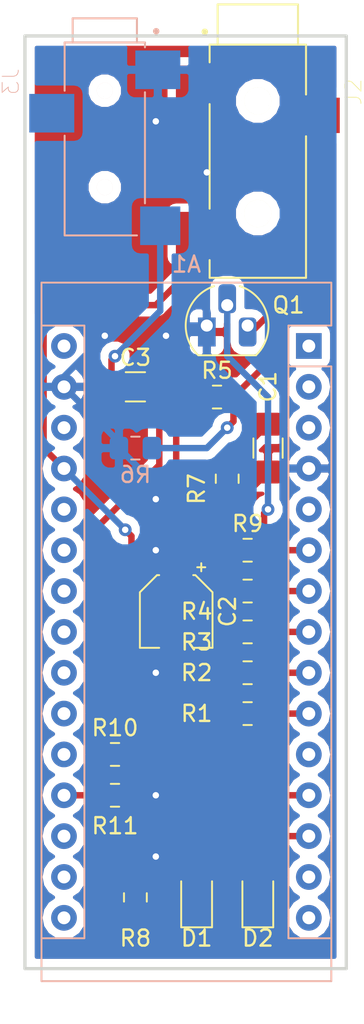
<source format=kicad_pcb>
(kicad_pcb (version 20171130) (host pcbnew 5.0.1)

  (general
    (thickness 1.6)
    (drawings 4)
    (tracks 106)
    (zones 0)
    (modules 20)
    (nets 37)
  )

  (page A4)
  (layers
    (0 F.Cu signal)
    (31 B.Cu signal)
    (32 B.Adhes user)
    (33 F.Adhes user)
    (34 B.Paste user)
    (35 F.Paste user)
    (36 B.SilkS user)
    (37 F.SilkS user)
    (38 B.Mask user)
    (39 F.Mask user)
    (40 Dwgs.User user)
    (41 Cmts.User user)
    (42 Eco1.User user)
    (43 Eco2.User user)
    (44 Edge.Cuts user)
    (45 Margin user)
    (46 B.CrtYd user)
    (47 F.CrtYd user)
    (48 B.Fab user hide)
    (49 F.Fab user hide)
  )

  (setup
    (last_trace_width 0.4)
    (trace_clearance 0.2)
    (zone_clearance 0.508)
    (zone_45_only no)
    (trace_min 0.2)
    (segment_width 0.2)
    (edge_width 0.2)
    (via_size 0.8)
    (via_drill 0.4)
    (via_min_size 0.4)
    (via_min_drill 0.3)
    (uvia_size 0.3)
    (uvia_drill 0.1)
    (uvias_allowed no)
    (uvia_min_size 0.2)
    (uvia_min_drill 0.1)
    (pcb_text_width 0.3)
    (pcb_text_size 1.5 1.5)
    (mod_edge_width 0.15)
    (mod_text_size 1 1)
    (mod_text_width 0.15)
    (pad_size 1.524 1.524)
    (pad_drill 0.762)
    (pad_to_mask_clearance 0.2)
    (solder_mask_min_width 0.25)
    (aux_axis_origin 0 0)
    (visible_elements FFFFEFFF)
    (pcbplotparams
      (layerselection 0x010fc_ffffffff)
      (usegerberextensions false)
      (usegerberattributes true)
      (usegerberadvancedattributes false)
      (creategerberjobfile false)
      (excludeedgelayer true)
      (linewidth 0.150000)
      (plotframeref false)
      (viasonmask false)
      (mode 1)
      (useauxorigin true)
      (hpglpennumber 1)
      (hpglpenspeed 20)
      (hpglpendiameter 15.000000)
      (psnegative false)
      (psa4output false)
      (plotreference true)
      (plotvalue true)
      (plotinvisibletext false)
      (padsonsilk false)
      (subtractmaskfromsilk false)
      (outputformat 1)
      (mirror false)
      (drillshape 0)
      (scaleselection 1)
      (outputdirectory "plotv2/"))
  )

  (net 0 "")
  (net 1 "Net-(A1-Pad1)")
  (net 2 "Net-(A1-Pad17)")
  (net 3 "Net-(A1-Pad2)")
  (net 4 "Net-(A1-Pad18)")
  (net 5 "Net-(A1-Pad3)")
  (net 6 "Net-(A1-Pad20)")
  (net 7 "Net-(A1-Pad5)")
  (net 8 "Net-(A1-Pad21)")
  (net 9 "Net-(A1-Pad22)")
  (net 10 "Net-(A1-Pad23)")
  (net 11 "Net-(A1-Pad24)")
  (net 12 "Net-(A1-Pad25)")
  (net 13 "Net-(A1-Pad26)")
  (net 14 "Net-(A1-Pad11)")
  (net 15 "Net-(A1-Pad28)")
  (net 16 "Net-(A1-Pad14)")
  (net 17 "Net-(A1-Pad30)")
  (net 18 "Net-(A1-Pad15)")
  (net 19 "Net-(A1-Pad16)")
  (net 20 /A0)
  (net 21 /D4)
  (net 22 /D5)
  (net 23 /D6)
  (net 24 /D7)
  (net 25 /5V)
  (net 26 /D9)
  (net 27 /D10)
  (net 28 GND)
  (net 29 "Net-(C1-Pad1)")
  (net 30 /LINE_LEVEL_OUT)
  (net 31 /LINE_LEVEL_IN)
  (net 32 "Net-(D1-Pad1)")
  (net 33 /MIC_LEVEL_OUT)
  (net 34 /PTT_V+)
  (net 35 /D3)
  (net 36 "Net-(J3-Pad3)")

  (net_class Default "Dies ist die voreingestellte Netzklasse."
    (clearance 0.2)
    (trace_width 0.4)
    (via_dia 0.8)
    (via_drill 0.4)
    (uvia_dia 0.3)
    (uvia_drill 0.1)
    (add_net /5V)
    (add_net /A0)
    (add_net /D10)
    (add_net /D3)
    (add_net /D4)
    (add_net /D5)
    (add_net /D6)
    (add_net /D7)
    (add_net /D9)
    (add_net /LINE_LEVEL_IN)
    (add_net /LINE_LEVEL_OUT)
    (add_net /MIC_LEVEL_OUT)
    (add_net /PTT_V+)
    (add_net GND)
    (add_net "Net-(A1-Pad1)")
    (add_net "Net-(A1-Pad11)")
    (add_net "Net-(A1-Pad14)")
    (add_net "Net-(A1-Pad15)")
    (add_net "Net-(A1-Pad16)")
    (add_net "Net-(A1-Pad17)")
    (add_net "Net-(A1-Pad18)")
    (add_net "Net-(A1-Pad2)")
    (add_net "Net-(A1-Pad20)")
    (add_net "Net-(A1-Pad21)")
    (add_net "Net-(A1-Pad22)")
    (add_net "Net-(A1-Pad23)")
    (add_net "Net-(A1-Pad24)")
    (add_net "Net-(A1-Pad25)")
    (add_net "Net-(A1-Pad26)")
    (add_net "Net-(A1-Pad28)")
    (add_net "Net-(A1-Pad3)")
    (add_net "Net-(A1-Pad30)")
    (add_net "Net-(A1-Pad5)")
    (add_net "Net-(C1-Pad1)")
    (add_net "Net-(D1-Pad1)")
    (add_net "Net-(J3-Pad3)")
  )

  (module SJ-3523-SMT-TR:CUI_SJ-3523-SMT-TR (layer F.Cu) (tedit 5C2A8EFD) (tstamp 5BBF3117)
    (at 150.495 66.04 270)
    (path /5BA6AA8E)
    (attr smd)
    (fp_text reference J2 (at -0.561848 -5.95457 270) (layer F.SilkS)
      (effects (font (size 1.00329 1.00329) (thickness 0.05)))
    )
    (fp_text value SJ-3523-SMT-TR (at -0.025075 5.98653 270) (layer F.SilkS) hide
      (effects (font (size 1.00361 1.00361) (thickness 0.05)))
    )
    (fp_line (start -3.75 2.75) (end -3.75 5.35) (layer Eco1.User) (width 0.05))
    (fp_line (start -6.25 2.75) (end -3.75 2.75) (layer Eco1.User) (width 0.05))
    (fp_line (start -6.25 -2.75) (end -6.25 2.75) (layer Eco1.User) (width 0.05))
    (fp_line (start -3.75 -2.75) (end -6.25 -2.75) (layer Eco1.User) (width 0.05))
    (fp_line (start -3.75 -5.35) (end -3.75 -2.75) (layer Eco1.User) (width 0.05))
    (fp_line (start -6 2.5) (end -3.5 2.5) (layer Dwgs.User) (width 0.127))
    (fp_line (start -6 -2.5) (end -6 2.5) (layer Dwgs.User) (width 0.127))
    (fp_line (start -3.5 -2.5) (end -6 -2.5) (layer Dwgs.User) (width 0.127))
    (fp_line (start -6 2.5) (end -3.5 2.5) (layer F.SilkS) (width 0.127))
    (fp_line (start -6 -2.5) (end -6 2.5) (layer F.SilkS) (width 0.127))
    (fp_line (start -3.5 -2.5) (end -6 -2.5) (layer F.SilkS) (width 0.127))
    (fp_line (start 9.9 3) (end 11 3) (layer F.SilkS) (width 0.127))
    (fp_circle (center -4.3 3.3) (end -4.2 3.3) (layer Dwgs.User) (width 0.2))
    (fp_circle (center -4.3 3.3) (end -4.2 3.3) (layer F.SilkS) (width 0.2))
    (fp_line (start 11.25 5.35) (end -3.75 5.35) (layer Eco1.User) (width 0.05))
    (fp_line (start 11.25 -5.35) (end 11.25 5.35) (layer Eco1.User) (width 0.05))
    (fp_line (start -3.75 -5.35) (end 11.25 -5.35) (layer Eco1.User) (width 0.05))
    (fp_line (start 0.2 3) (end 6.7 3) (layer F.SilkS) (width 0.127))
    (fp_line (start -3.5 3) (end -2.4 3) (layer F.SilkS) (width 0.127))
    (fp_line (start 11 -3) (end 11 3) (layer F.SilkS) (width 0.127))
    (fp_line (start 2.2 -3) (end 11 -3) (layer F.SilkS) (width 0.127))
    (fp_line (start -3.5 -3) (end -0.4 -3) (layer F.SilkS) (width 0.127))
    (fp_line (start 11 3) (end -3.5 3) (layer Dwgs.User) (width 0.127))
    (fp_line (start 11 -3) (end 11 3) (layer Dwgs.User) (width 0.127))
    (fp_line (start -3.5 -3) (end 11 -3) (layer Dwgs.User) (width 0.127))
    (fp_line (start -3.5 3) (end -3.5 -3) (layer Dwgs.User) (width 0.127))
    (fp_line (start -3.5 -2.5) (end -3.5 -3) (layer F.SilkS) (width 0.127))
    (fp_line (start -3.5 2.5) (end -3.5 -2.5) (layer F.SilkS) (width 0.127))
    (fp_line (start -3.5 3) (end -3.5 2.5) (layer F.SilkS) (width 0.127))
    (pad Hole np_thru_hole circle (at 7 0 270) (size 1.7 1.7) (drill 1.7) (layers *.Cu *.Mask F.SilkS))
    (pad 2 smd rect (at 8.3 3.7 270) (size 2.8 2.8) (layers F.Cu F.Paste F.Mask)
      (net 25 /5V))
    (pad 1 smd rect (at -1.1 3.7 270) (size 2.2 2.8) (layers F.Cu F.Paste F.Mask)
      (net 34 /PTT_V+))
    (pad 3 smd rect (at 0.9 -3.7 270) (size 2.2 2.8) (layers F.Cu F.Paste F.Mask)
      (net 33 /MIC_LEVEL_OUT))
    (pad Hole np_thru_hole circle (at 0 0 270) (size 1.7 1.7) (drill 1.7) (layers *.Cu *.Mask F.SilkS))
  )

  (module Module:Arduino_Nano (layer B.Cu) (tedit 58ACAF70) (tstamp 5B8E036F)
    (at 153.67 81.28 180)
    (descr "Arduino Nano, http://www.mouser.com/pdfdocs/Gravitech_Arduino_Nano3_0.pdf")
    (tags "Arduino Nano")
    (path /5B81A27D)
    (fp_text reference A1 (at 7.62 5.08 180) (layer B.SilkS)
      (effects (font (size 1 1) (thickness 0.15)) (justify mirror))
    )
    (fp_text value Arduino_Nano_v3.x (at 8.89 -19.05 90) (layer B.Fab)
      (effects (font (size 1 1) (thickness 0.15)) (justify mirror))
    )
    (fp_text user %R (at 6.35 -19.05 90) (layer B.Fab)
      (effects (font (size 1 1) (thickness 0.15)) (justify mirror))
    )
    (fp_line (start 1.27 -1.27) (end 1.27 1.27) (layer B.SilkS) (width 0.12))
    (fp_line (start 1.27 1.27) (end -1.4 1.27) (layer B.SilkS) (width 0.12))
    (fp_line (start -1.4 -1.27) (end -1.4 -39.5) (layer B.SilkS) (width 0.12))
    (fp_line (start -1.4 3.94) (end -1.4 1.27) (layer B.SilkS) (width 0.12))
    (fp_line (start 13.97 1.27) (end 16.64 1.27) (layer B.SilkS) (width 0.12))
    (fp_line (start 13.97 1.27) (end 13.97 -36.83) (layer B.SilkS) (width 0.12))
    (fp_line (start 13.97 -36.83) (end 16.64 -36.83) (layer B.SilkS) (width 0.12))
    (fp_line (start 1.27 -1.27) (end -1.4 -1.27) (layer B.SilkS) (width 0.12))
    (fp_line (start 1.27 -1.27) (end 1.27 -36.83) (layer B.SilkS) (width 0.12))
    (fp_line (start 1.27 -36.83) (end -1.4 -36.83) (layer B.SilkS) (width 0.12))
    (fp_line (start 3.81 -31.75) (end 11.43 -31.75) (layer B.Fab) (width 0.1))
    (fp_line (start 11.43 -31.75) (end 11.43 -41.91) (layer B.Fab) (width 0.1))
    (fp_line (start 11.43 -41.91) (end 3.81 -41.91) (layer B.Fab) (width 0.1))
    (fp_line (start 3.81 -41.91) (end 3.81 -31.75) (layer B.Fab) (width 0.1))
    (fp_line (start -1.4 -39.5) (end 16.64 -39.5) (layer B.SilkS) (width 0.12))
    (fp_line (start 16.64 -39.5) (end 16.64 3.94) (layer B.SilkS) (width 0.12))
    (fp_line (start 16.64 3.94) (end -1.4 3.94) (layer B.SilkS) (width 0.12))
    (fp_line (start 16.51 -39.37) (end -1.27 -39.37) (layer B.Fab) (width 0.1))
    (fp_line (start -1.27 -39.37) (end -1.27 2.54) (layer B.Fab) (width 0.1))
    (fp_line (start -1.27 2.54) (end 0 3.81) (layer B.Fab) (width 0.1))
    (fp_line (start 0 3.81) (end 16.51 3.81) (layer B.Fab) (width 0.1))
    (fp_line (start 16.51 3.81) (end 16.51 -39.37) (layer B.Fab) (width 0.1))
    (fp_line (start -1.53 4.06) (end 16.75 4.06) (layer B.CrtYd) (width 0.05))
    (fp_line (start -1.53 4.06) (end -1.53 -42.16) (layer B.CrtYd) (width 0.05))
    (fp_line (start 16.75 -42.16) (end 16.75 4.06) (layer B.CrtYd) (width 0.05))
    (fp_line (start 16.75 -42.16) (end -1.53 -42.16) (layer B.CrtYd) (width 0.05))
    (pad 1 thru_hole rect (at 0 0 180) (size 1.6 1.6) (drill 0.8) (layers *.Cu *.Mask)
      (net 1 "Net-(A1-Pad1)"))
    (pad 17 thru_hole oval (at 15.24 -33.02 180) (size 1.6 1.6) (drill 0.8) (layers *.Cu *.Mask)
      (net 2 "Net-(A1-Pad17)"))
    (pad 2 thru_hole oval (at 0 -2.54 180) (size 1.6 1.6) (drill 0.8) (layers *.Cu *.Mask)
      (net 3 "Net-(A1-Pad2)"))
    (pad 18 thru_hole oval (at 15.24 -30.48 180) (size 1.6 1.6) (drill 0.8) (layers *.Cu *.Mask)
      (net 4 "Net-(A1-Pad18)"))
    (pad 3 thru_hole oval (at 0 -5.08 180) (size 1.6 1.6) (drill 0.8) (layers *.Cu *.Mask)
      (net 5 "Net-(A1-Pad3)"))
    (pad 19 thru_hole oval (at 15.24 -27.94 180) (size 1.6 1.6) (drill 0.8) (layers *.Cu *.Mask)
      (net 20 /A0))
    (pad 4 thru_hole oval (at 0 -7.62 180) (size 1.6 1.6) (drill 0.8) (layers *.Cu *.Mask)
      (net 28 GND))
    (pad 20 thru_hole oval (at 15.24 -25.4 180) (size 1.6 1.6) (drill 0.8) (layers *.Cu *.Mask)
      (net 6 "Net-(A1-Pad20)"))
    (pad 5 thru_hole oval (at 0 -10.16 180) (size 1.6 1.6) (drill 0.8) (layers *.Cu *.Mask)
      (net 7 "Net-(A1-Pad5)"))
    (pad 21 thru_hole oval (at 15.24 -22.86 180) (size 1.6 1.6) (drill 0.8) (layers *.Cu *.Mask)
      (net 8 "Net-(A1-Pad21)"))
    (pad 6 thru_hole oval (at 0 -12.7 180) (size 1.6 1.6) (drill 0.8) (layers *.Cu *.Mask)
      (net 35 /D3))
    (pad 22 thru_hole oval (at 15.24 -20.32 180) (size 1.6 1.6) (drill 0.8) (layers *.Cu *.Mask)
      (net 9 "Net-(A1-Pad22)"))
    (pad 7 thru_hole oval (at 0 -15.24 180) (size 1.6 1.6) (drill 0.8) (layers *.Cu *.Mask)
      (net 21 /D4))
    (pad 23 thru_hole oval (at 15.24 -17.78 180) (size 1.6 1.6) (drill 0.8) (layers *.Cu *.Mask)
      (net 10 "Net-(A1-Pad23)"))
    (pad 8 thru_hole oval (at 0 -17.78 180) (size 1.6 1.6) (drill 0.8) (layers *.Cu *.Mask)
      (net 22 /D5))
    (pad 24 thru_hole oval (at 15.24 -15.24 180) (size 1.6 1.6) (drill 0.8) (layers *.Cu *.Mask)
      (net 11 "Net-(A1-Pad24)"))
    (pad 9 thru_hole oval (at 0 -20.32 180) (size 1.6 1.6) (drill 0.8) (layers *.Cu *.Mask)
      (net 23 /D6))
    (pad 25 thru_hole oval (at 15.24 -12.7 180) (size 1.6 1.6) (drill 0.8) (layers *.Cu *.Mask)
      (net 12 "Net-(A1-Pad25)"))
    (pad 10 thru_hole oval (at 0 -22.86 180) (size 1.6 1.6) (drill 0.8) (layers *.Cu *.Mask)
      (net 24 /D7))
    (pad 26 thru_hole oval (at 15.24 -10.16 180) (size 1.6 1.6) (drill 0.8) (layers *.Cu *.Mask)
      (net 13 "Net-(A1-Pad26)"))
    (pad 11 thru_hole oval (at 0 -25.4 180) (size 1.6 1.6) (drill 0.8) (layers *.Cu *.Mask)
      (net 14 "Net-(A1-Pad11)"))
    (pad 27 thru_hole oval (at 15.24 -7.62 180) (size 1.6 1.6) (drill 0.8) (layers *.Cu *.Mask)
      (net 25 /5V))
    (pad 12 thru_hole oval (at 0 -27.94 180) (size 1.6 1.6) (drill 0.8) (layers *.Cu *.Mask)
      (net 26 /D9))
    (pad 28 thru_hole oval (at 15.24 -5.08 180) (size 1.6 1.6) (drill 0.8) (layers *.Cu *.Mask)
      (net 15 "Net-(A1-Pad28)"))
    (pad 13 thru_hole oval (at 0 -30.48 180) (size 1.6 1.6) (drill 0.8) (layers *.Cu *.Mask)
      (net 27 /D10))
    (pad 29 thru_hole oval (at 15.24 -2.54 180) (size 1.6 1.6) (drill 0.8) (layers *.Cu *.Mask)
      (net 28 GND))
    (pad 14 thru_hole oval (at 0 -33.02 180) (size 1.6 1.6) (drill 0.8) (layers *.Cu *.Mask)
      (net 16 "Net-(A1-Pad14)"))
    (pad 30 thru_hole oval (at 15.24 0 180) (size 1.6 1.6) (drill 0.8) (layers *.Cu *.Mask)
      (net 17 "Net-(A1-Pad30)"))
    (pad 15 thru_hole oval (at 0 -35.56 180) (size 1.6 1.6) (drill 0.8) (layers *.Cu *.Mask)
      (net 18 "Net-(A1-Pad15)"))
    (pad 16 thru_hole oval (at 15.24 -35.56 180) (size 1.6 1.6) (drill 0.8) (layers *.Cu *.Mask)
      (net 19 "Net-(A1-Pad16)"))
    (model ${KISYS3DMOD}/Module.3dshapes/Arduino_Nano_WithMountingHoles.wrl
      (at (xyz 0 0 0))
      (scale (xyz 1 1 1))
      (rotate (xyz 0 0 0))
    )
  )

  (module SJ-2523-SMT:CUI_SJ-2523-SMT (layer B.Cu) (tedit 5C145DB5) (tstamp 5BB2E329)
    (at 140.97 65.405 270)
    (path /5BA6B594)
    (attr smd)
    (fp_text reference J3 (at -0.561315 5.84858 270) (layer B.SilkS)
      (effects (font (size 1.00233 1.00233) (thickness 0.05)) (justify mirror))
    )
    (fp_text value SJ-2523-SMT (at -0.025072 -5.78032 270) (layer B.SilkS) hide
      (effects (font (size 1.00266 1.00266) (thickness 0.05)) (justify mirror))
    )
    (fp_line (start -3 -2.5) (end -3 -2) (layer B.SilkS) (width 0.127))
    (fp_line (start -3 -2) (end -3 2) (layer B.SilkS) (width 0.127))
    (fp_line (start -3 2) (end -3 2.5) (layer B.SilkS) (width 0.127))
    (fp_line (start -3 -2.5) (end -3 2.5) (layer Dwgs.User) (width 0.127))
    (fp_line (start -3 2.5) (end 9 2.5) (layer Dwgs.User) (width 0.127))
    (fp_line (start 9 2.5) (end 9 -2.5) (layer Dwgs.User) (width 0.127))
    (fp_line (start 9 -2.5) (end -3 -2.5) (layer Dwgs.User) (width 0.127))
    (fp_line (start -3 2.5) (end 0 2.5) (layer B.SilkS) (width 0.127))
    (fp_line (start 2.8 2.5) (end 9 2.5) (layer B.SilkS) (width 0.127))
    (fp_line (start 9 2.5) (end 9 -2) (layer B.SilkS) (width 0.127))
    (fp_line (start -3 -2.5) (end -2.7 -2.5) (layer B.SilkS) (width 0.127))
    (fp_line (start 0.1 -2.5) (end 7 -2.5) (layer B.SilkS) (width 0.127))
    (fp_line (start 9.85 2.75) (end 9.85 -4.95) (layer Eco1.User) (width 0.05))
    (fp_line (start 9.85 -4.95) (end -3.25 -4.95) (layer Eco1.User) (width 0.05))
    (fp_circle (center -3.7 -3.2) (end -3.6 -3.2) (layer B.SilkS) (width 0.2))
    (fp_circle (center -3.7 -3.2) (end -3.6 -3.2) (layer Dwgs.User) (width 0.2))
    (fp_line (start -3 2) (end -4.5 2) (layer B.SilkS) (width 0.127))
    (fp_line (start -4.5 2) (end -4.5 -2) (layer B.SilkS) (width 0.127))
    (fp_line (start -4.5 -2) (end -3 -2) (layer B.SilkS) (width 0.127))
    (fp_line (start -3 2) (end -4.5 2) (layer Dwgs.User) (width 0.127))
    (fp_line (start -4.5 2) (end -4.5 -2) (layer Dwgs.User) (width 0.127))
    (fp_line (start -4.5 -2) (end -3 -2) (layer Dwgs.User) (width 0.127))
    (fp_line (start -3.25 2.75) (end -3.25 2.25) (layer Eco1.User) (width 0.05))
    (fp_line (start -3.25 2.25) (end -4.75 2.25) (layer Eco1.User) (width 0.05))
    (fp_line (start -4.75 2.25) (end -4.75 -2.25) (layer Eco1.User) (width 0.05))
    (fp_line (start -4.75 -2.25) (end -3.25 -2.25) (layer Eco1.User) (width 0.05))
    (fp_line (start -3.25 -2.25) (end -3.25 -4.95) (layer Eco1.User) (width 0.05))
    (fp_line (start -3.25 2.75) (end -0.05 2.75) (layer Eco1.User) (width 0.05))
    (fp_line (start -0.05 2.75) (end -0.05 4.95) (layer Eco1.User) (width 0.05))
    (fp_line (start -0.05 4.95) (end 2.85 4.95) (layer Eco1.User) (width 0.05))
    (fp_line (start 2.85 4.95) (end 2.85 2.75) (layer Eco1.User) (width 0.05))
    (fp_line (start 2.85 2.75) (end 9.85 2.75) (layer Eco1.User) (width 0.05))
    (pad Hole np_thru_hole circle (at 0 0 270) (size 1 1) (drill 1) (layers *.Cu *.Mask B.SilkS))
    (pad 3 smd rect (at 1.4 3.3 270) (size 2.4 2.8) (layers B.Cu B.Paste B.Mask)
      (net 36 "Net-(J3-Pad3)"))
    (pad 1 smd rect (at -1.3 -3.3 270) (size 2.4 2.8) (layers B.Cu B.Paste B.Mask)
      (net 28 GND))
    (pad 2 smd rect (at 8.4 -3.45 270) (size 2.4 2.5) (layers B.Cu B.Paste B.Mask)
      (net 31 /LINE_LEVEL_IN))
    (pad Hole np_thru_hole circle (at 6 0 270) (size 1 1) (drill 1) (layers *.Cu *.Mask B.SilkS))
  )

  (module Capacitor_SMD:C_1206_3216Metric_Pad1.42x1.75mm_HandSolder (layer F.Cu) (tedit 5C145D5B) (tstamp 5BD6CE74)
    (at 151.13 87.63 270)
    (descr "Capacitor SMD 1206 (3216 Metric), square (rectangular) end terminal, IPC_7351 nominal with elongated pad for handsoldering. (Body size source: http://www.tortai-tech.com/upload/download/2011102023233369053.pdf), generated with kicad-footprint-generator")
    (tags "capacitor handsolder")
    (path /5B81E3BE)
    (attr smd)
    (fp_text reference C1 (at -3.81 0 270) (layer F.SilkS)
      (effects (font (size 1 1) (thickness 0.15)))
    )
    (fp_text value 100nF (at 0 1.82 270) (layer F.Fab)
      (effects (font (size 1 1) (thickness 0.15)))
    )
    (fp_line (start -1.6 0.8) (end -1.6 -0.8) (layer F.Fab) (width 0.1))
    (fp_line (start -1.6 -0.8) (end 1.6 -0.8) (layer F.Fab) (width 0.1))
    (fp_line (start 1.6 -0.8) (end 1.6 0.8) (layer F.Fab) (width 0.1))
    (fp_line (start 1.6 0.8) (end -1.6 0.8) (layer F.Fab) (width 0.1))
    (fp_line (start -0.602064 -0.91) (end 0.602064 -0.91) (layer F.SilkS) (width 0.12))
    (fp_line (start -0.602064 0.91) (end 0.602064 0.91) (layer F.SilkS) (width 0.12))
    (fp_line (start -2.45 1.12) (end -2.45 -1.12) (layer F.CrtYd) (width 0.05))
    (fp_line (start -2.45 -1.12) (end 2.45 -1.12) (layer F.CrtYd) (width 0.05))
    (fp_line (start 2.45 -1.12) (end 2.45 1.12) (layer F.CrtYd) (width 0.05))
    (fp_line (start 2.45 1.12) (end -2.45 1.12) (layer F.CrtYd) (width 0.05))
    (fp_text user %R (at 0 0 270) (layer F.Fab)
      (effects (font (size 0.8 0.8) (thickness 0.12)))
    )
    (pad 1 smd roundrect (at -1.4875 0 270) (size 1.425 1.75) (layers F.Cu F.Paste F.Mask) (roundrect_rratio 0.175439)
      (net 29 "Net-(C1-Pad1)"))
    (pad 2 smd roundrect (at 1.4875 0 270) (size 1.425 1.75) (layers F.Cu F.Paste F.Mask) (roundrect_rratio 0.175439)
      (net 28 GND))
    (model ${KISYS3DMOD}/Capacitor_SMD.3dshapes/C_1206_3216Metric.wrl
      (at (xyz 0 0 0))
      (scale (xyz 1 1 1))
      (rotate (xyz 0 0 0))
    )
  )

  (module Capacitor_SMD:C_1206_3216Metric_Pad1.42x1.75mm_HandSolder (layer F.Cu) (tedit 5B301BBE) (tstamp 5BD6CEF0)
    (at 142.875 83.82)
    (descr "Capacitor SMD 1206 (3216 Metric), square (rectangular) end terminal, IPC_7351 nominal with elongated pad for handsoldering. (Body size source: http://www.tortai-tech.com/upload/download/2011102023233369053.pdf), generated with kicad-footprint-generator")
    (tags "capacitor handsolder")
    (path /5B834F87)
    (attr smd)
    (fp_text reference C3 (at 0 -1.82) (layer F.SilkS)
      (effects (font (size 1 1) (thickness 0.15)))
    )
    (fp_text value 1uF (at 0 1.82) (layer F.Fab)
      (effects (font (size 1 1) (thickness 0.15)))
    )
    (fp_text user %R (at 0 0) (layer F.Fab)
      (effects (font (size 0.8 0.8) (thickness 0.12)))
    )
    (fp_line (start 2.45 1.12) (end -2.45 1.12) (layer F.CrtYd) (width 0.05))
    (fp_line (start 2.45 -1.12) (end 2.45 1.12) (layer F.CrtYd) (width 0.05))
    (fp_line (start -2.45 -1.12) (end 2.45 -1.12) (layer F.CrtYd) (width 0.05))
    (fp_line (start -2.45 1.12) (end -2.45 -1.12) (layer F.CrtYd) (width 0.05))
    (fp_line (start -0.602064 0.91) (end 0.602064 0.91) (layer F.SilkS) (width 0.12))
    (fp_line (start -0.602064 -0.91) (end 0.602064 -0.91) (layer F.SilkS) (width 0.12))
    (fp_line (start 1.6 0.8) (end -1.6 0.8) (layer F.Fab) (width 0.1))
    (fp_line (start 1.6 -0.8) (end 1.6 0.8) (layer F.Fab) (width 0.1))
    (fp_line (start -1.6 -0.8) (end 1.6 -0.8) (layer F.Fab) (width 0.1))
    (fp_line (start -1.6 0.8) (end -1.6 -0.8) (layer F.Fab) (width 0.1))
    (pad 2 smd roundrect (at 1.4875 0) (size 1.425 1.75) (layers F.Cu F.Paste F.Mask) (roundrect_rratio 0.175439)
      (net 20 /A0))
    (pad 1 smd roundrect (at -1.4875 0) (size 1.425 1.75) (layers F.Cu F.Paste F.Mask) (roundrect_rratio 0.175439)
      (net 31 /LINE_LEVEL_IN))
    (model ${KISYS3DMOD}/Capacitor_SMD.3dshapes/C_1206_3216Metric.wrl
      (at (xyz 0 0 0))
      (scale (xyz 1 1 1))
      (rotate (xyz 0 0 0))
    )
  )

  (module Resistor_SMD:R_0805_2012Metric_Pad1.15x1.40mm_HandSolder (layer F.Cu) (tedit 5C145D32) (tstamp 5BD6CF13)
    (at 149.86 104.14)
    (descr "Resistor SMD 0805 (2012 Metric), square (rectangular) end terminal, IPC_7351 nominal with elongated pad for handsoldering. (Body size source: https://docs.google.com/spreadsheets/d/1BsfQQcO9C6DZCsRaXUlFlo91Tg2WpOkGARC1WS5S8t0/edit?usp=sharing), generated with kicad-footprint-generator")
    (tags "resistor handsolder")
    (path /5B81C1C3)
    (attr smd)
    (fp_text reference R1 (at -3.175 0) (layer F.SilkS)
      (effects (font (size 1 1) (thickness 0.15)))
    )
    (fp_text value 1K (at 0 1.65) (layer F.Fab)
      (effects (font (size 1 1) (thickness 0.15)))
    )
    (fp_line (start -1 0.6) (end -1 -0.6) (layer F.Fab) (width 0.1))
    (fp_line (start -1 -0.6) (end 1 -0.6) (layer F.Fab) (width 0.1))
    (fp_line (start 1 -0.6) (end 1 0.6) (layer F.Fab) (width 0.1))
    (fp_line (start 1 0.6) (end -1 0.6) (layer F.Fab) (width 0.1))
    (fp_line (start -0.261252 -0.71) (end 0.261252 -0.71) (layer F.SilkS) (width 0.12))
    (fp_line (start -0.261252 0.71) (end 0.261252 0.71) (layer F.SilkS) (width 0.12))
    (fp_line (start -1.85 0.95) (end -1.85 -0.95) (layer F.CrtYd) (width 0.05))
    (fp_line (start -1.85 -0.95) (end 1.85 -0.95) (layer F.CrtYd) (width 0.05))
    (fp_line (start 1.85 -0.95) (end 1.85 0.95) (layer F.CrtYd) (width 0.05))
    (fp_line (start 1.85 0.95) (end -1.85 0.95) (layer F.CrtYd) (width 0.05))
    (fp_text user %R (at 0 0) (layer F.Fab)
      (effects (font (size 0.5 0.5) (thickness 0.08)))
    )
    (pad 1 smd roundrect (at -1.025 0) (size 1.15 1.4) (layers F.Cu F.Paste F.Mask) (roundrect_rratio 0.217391)
      (net 29 "Net-(C1-Pad1)"))
    (pad 2 smd roundrect (at 1.025 0) (size 1.15 1.4) (layers F.Cu F.Paste F.Mask) (roundrect_rratio 0.217391)
      (net 24 /D7))
    (model ${KISYS3DMOD}/Resistor_SMD.3dshapes/R_0805_2012Metric.wrl
      (at (xyz 0 0 0))
      (scale (xyz 1 1 1))
      (rotate (xyz 0 0 0))
    )
  )

  (module Resistor_SMD:R_0805_2012Metric_Pad1.15x1.40mm_HandSolder (layer F.Cu) (tedit 5C145D2F) (tstamp 5BD6CF24)
    (at 149.86 101.6)
    (descr "Resistor SMD 0805 (2012 Metric), square (rectangular) end terminal, IPC_7351 nominal with elongated pad for handsoldering. (Body size source: https://docs.google.com/spreadsheets/d/1BsfQQcO9C6DZCsRaXUlFlo91Tg2WpOkGARC1WS5S8t0/edit?usp=sharing), generated with kicad-footprint-generator")
    (tags "resistor handsolder")
    (path /5B81C226)
    (attr smd)
    (fp_text reference R2 (at -3.175 0) (layer F.SilkS)
      (effects (font (size 1 1) (thickness 0.15)))
    )
    (fp_text value 2K2 (at 0 1.65) (layer F.Fab)
      (effects (font (size 1 1) (thickness 0.15)))
    )
    (fp_text user %R (at 0 0) (layer F.Fab)
      (effects (font (size 0.5 0.5) (thickness 0.08)))
    )
    (fp_line (start 1.85 0.95) (end -1.85 0.95) (layer F.CrtYd) (width 0.05))
    (fp_line (start 1.85 -0.95) (end 1.85 0.95) (layer F.CrtYd) (width 0.05))
    (fp_line (start -1.85 -0.95) (end 1.85 -0.95) (layer F.CrtYd) (width 0.05))
    (fp_line (start -1.85 0.95) (end -1.85 -0.95) (layer F.CrtYd) (width 0.05))
    (fp_line (start -0.261252 0.71) (end 0.261252 0.71) (layer F.SilkS) (width 0.12))
    (fp_line (start -0.261252 -0.71) (end 0.261252 -0.71) (layer F.SilkS) (width 0.12))
    (fp_line (start 1 0.6) (end -1 0.6) (layer F.Fab) (width 0.1))
    (fp_line (start 1 -0.6) (end 1 0.6) (layer F.Fab) (width 0.1))
    (fp_line (start -1 -0.6) (end 1 -0.6) (layer F.Fab) (width 0.1))
    (fp_line (start -1 0.6) (end -1 -0.6) (layer F.Fab) (width 0.1))
    (pad 2 smd roundrect (at 1.025 0) (size 1.15 1.4) (layers F.Cu F.Paste F.Mask) (roundrect_rratio 0.217391)
      (net 23 /D6))
    (pad 1 smd roundrect (at -1.025 0) (size 1.15 1.4) (layers F.Cu F.Paste F.Mask) (roundrect_rratio 0.217391)
      (net 29 "Net-(C1-Pad1)"))
    (model ${KISYS3DMOD}/Resistor_SMD.3dshapes/R_0805_2012Metric.wrl
      (at (xyz 0 0 0))
      (scale (xyz 1 1 1))
      (rotate (xyz 0 0 0))
    )
  )

  (module Resistor_SMD:R_0805_2012Metric_Pad1.15x1.40mm_HandSolder (layer F.Cu) (tedit 5C145D4A) (tstamp 5BD6CF35)
    (at 149.86 99.06)
    (descr "Resistor SMD 0805 (2012 Metric), square (rectangular) end terminal, IPC_7351 nominal with elongated pad for handsoldering. (Body size source: https://docs.google.com/spreadsheets/d/1BsfQQcO9C6DZCsRaXUlFlo91Tg2WpOkGARC1WS5S8t0/edit?usp=sharing), generated with kicad-footprint-generator")
    (tags "resistor handsolder")
    (path /5B81C275)
    (attr smd)
    (fp_text reference R3 (at -3.175 0.635) (layer F.SilkS)
      (effects (font (size 1 1) (thickness 0.15)))
    )
    (fp_text value 3K9 (at 0 1.65) (layer F.Fab)
      (effects (font (size 1 1) (thickness 0.15)))
    )
    (fp_line (start -1 0.6) (end -1 -0.6) (layer F.Fab) (width 0.1))
    (fp_line (start -1 -0.6) (end 1 -0.6) (layer F.Fab) (width 0.1))
    (fp_line (start 1 -0.6) (end 1 0.6) (layer F.Fab) (width 0.1))
    (fp_line (start 1 0.6) (end -1 0.6) (layer F.Fab) (width 0.1))
    (fp_line (start -0.261252 -0.71) (end 0.261252 -0.71) (layer F.SilkS) (width 0.12))
    (fp_line (start -0.261252 0.71) (end 0.261252 0.71) (layer F.SilkS) (width 0.12))
    (fp_line (start -1.85 0.95) (end -1.85 -0.95) (layer F.CrtYd) (width 0.05))
    (fp_line (start -1.85 -0.95) (end 1.85 -0.95) (layer F.CrtYd) (width 0.05))
    (fp_line (start 1.85 -0.95) (end 1.85 0.95) (layer F.CrtYd) (width 0.05))
    (fp_line (start 1.85 0.95) (end -1.85 0.95) (layer F.CrtYd) (width 0.05))
    (fp_text user %R (at 0 0) (layer F.Fab)
      (effects (font (size 0.5 0.5) (thickness 0.08)))
    )
    (pad 1 smd roundrect (at -1.025 0) (size 1.15 1.4) (layers F.Cu F.Paste F.Mask) (roundrect_rratio 0.217391)
      (net 29 "Net-(C1-Pad1)"))
    (pad 2 smd roundrect (at 1.025 0) (size 1.15 1.4) (layers F.Cu F.Paste F.Mask) (roundrect_rratio 0.217391)
      (net 22 /D5))
    (model ${KISYS3DMOD}/Resistor_SMD.3dshapes/R_0805_2012Metric.wrl
      (at (xyz 0 0 0))
      (scale (xyz 1 1 1))
      (rotate (xyz 0 0 0))
    )
  )

  (module Resistor_SMD:R_0805_2012Metric_Pad1.15x1.40mm_HandSolder (layer F.Cu) (tedit 5C145D47) (tstamp 5BD6CF46)
    (at 149.86 96.52)
    (descr "Resistor SMD 0805 (2012 Metric), square (rectangular) end terminal, IPC_7351 nominal with elongated pad for handsoldering. (Body size source: https://docs.google.com/spreadsheets/d/1BsfQQcO9C6DZCsRaXUlFlo91Tg2WpOkGARC1WS5S8t0/edit?usp=sharing), generated with kicad-footprint-generator")
    (tags "resistor handsolder")
    (path /5B81C2BC)
    (attr smd)
    (fp_text reference R4 (at -3.175 1.27) (layer F.SilkS)
      (effects (font (size 1 1) (thickness 0.15)))
    )
    (fp_text value 8K2 (at 0 1.65) (layer F.Fab)
      (effects (font (size 1 1) (thickness 0.15)))
    )
    (fp_text user %R (at 0 0) (layer F.Fab)
      (effects (font (size 0.5 0.5) (thickness 0.08)))
    )
    (fp_line (start 1.85 0.95) (end -1.85 0.95) (layer F.CrtYd) (width 0.05))
    (fp_line (start 1.85 -0.95) (end 1.85 0.95) (layer F.CrtYd) (width 0.05))
    (fp_line (start -1.85 -0.95) (end 1.85 -0.95) (layer F.CrtYd) (width 0.05))
    (fp_line (start -1.85 0.95) (end -1.85 -0.95) (layer F.CrtYd) (width 0.05))
    (fp_line (start -0.261252 0.71) (end 0.261252 0.71) (layer F.SilkS) (width 0.12))
    (fp_line (start -0.261252 -0.71) (end 0.261252 -0.71) (layer F.SilkS) (width 0.12))
    (fp_line (start 1 0.6) (end -1 0.6) (layer F.Fab) (width 0.1))
    (fp_line (start 1 -0.6) (end 1 0.6) (layer F.Fab) (width 0.1))
    (fp_line (start -1 -0.6) (end 1 -0.6) (layer F.Fab) (width 0.1))
    (fp_line (start -1 0.6) (end -1 -0.6) (layer F.Fab) (width 0.1))
    (pad 2 smd roundrect (at 1.025 0) (size 1.15 1.4) (layers F.Cu F.Paste F.Mask) (roundrect_rratio 0.217391)
      (net 21 /D4))
    (pad 1 smd roundrect (at -1.025 0) (size 1.15 1.4) (layers F.Cu F.Paste F.Mask) (roundrect_rratio 0.217391)
      (net 29 "Net-(C1-Pad1)"))
    (model ${KISYS3DMOD}/Resistor_SMD.3dshapes/R_0805_2012Metric.wrl
      (at (xyz 0 0 0))
      (scale (xyz 1 1 1))
      (rotate (xyz 0 0 0))
    )
  )

  (module Resistor_SMD:R_0805_2012Metric_Pad1.15x1.40mm_HandSolder (layer F.Cu) (tedit 5B36C52B) (tstamp 5BD6CF57)
    (at 147.955 84.455)
    (descr "Resistor SMD 0805 (2012 Metric), square (rectangular) end terminal, IPC_7351 nominal with elongated pad for handsoldering. (Body size source: https://docs.google.com/spreadsheets/d/1BsfQQcO9C6DZCsRaXUlFlo91Tg2WpOkGARC1WS5S8t0/edit?usp=sharing), generated with kicad-footprint-generator")
    (tags "resistor handsolder")
    (path /5B81E04E)
    (attr smd)
    (fp_text reference R5 (at 0 -1.65) (layer F.SilkS)
      (effects (font (size 1 1) (thickness 0.15)))
    )
    (fp_text value 100k (at 0 1.65) (layer F.Fab)
      (effects (font (size 1 1) (thickness 0.15)))
    )
    (fp_line (start -1 0.6) (end -1 -0.6) (layer F.Fab) (width 0.1))
    (fp_line (start -1 -0.6) (end 1 -0.6) (layer F.Fab) (width 0.1))
    (fp_line (start 1 -0.6) (end 1 0.6) (layer F.Fab) (width 0.1))
    (fp_line (start 1 0.6) (end -1 0.6) (layer F.Fab) (width 0.1))
    (fp_line (start -0.261252 -0.71) (end 0.261252 -0.71) (layer F.SilkS) (width 0.12))
    (fp_line (start -0.261252 0.71) (end 0.261252 0.71) (layer F.SilkS) (width 0.12))
    (fp_line (start -1.85 0.95) (end -1.85 -0.95) (layer F.CrtYd) (width 0.05))
    (fp_line (start -1.85 -0.95) (end 1.85 -0.95) (layer F.CrtYd) (width 0.05))
    (fp_line (start 1.85 -0.95) (end 1.85 0.95) (layer F.CrtYd) (width 0.05))
    (fp_line (start 1.85 0.95) (end -1.85 0.95) (layer F.CrtYd) (width 0.05))
    (fp_text user %R (at 0 0) (layer F.Fab)
      (effects (font (size 0.5 0.5) (thickness 0.08)))
    )
    (pad 1 smd roundrect (at -1.025 0) (size 1.15 1.4) (layers F.Cu F.Paste F.Mask) (roundrect_rratio 0.217391)
      (net 30 /LINE_LEVEL_OUT))
    (pad 2 smd roundrect (at 1.025 0) (size 1.15 1.4) (layers F.Cu F.Paste F.Mask) (roundrect_rratio 0.217391)
      (net 33 /MIC_LEVEL_OUT))
    (model ${KISYS3DMOD}/Resistor_SMD.3dshapes/R_0805_2012Metric.wrl
      (at (xyz 0 0 0))
      (scale (xyz 1 1 1))
      (rotate (xyz 0 0 0))
    )
  )

  (module Resistor_SMD:R_0805_2012Metric_Pad1.15x1.40mm_HandSolder (layer B.Cu) (tedit 5B36C52B) (tstamp 5BD6CF68)
    (at 142.875 87.63)
    (descr "Resistor SMD 0805 (2012 Metric), square (rectangular) end terminal, IPC_7351 nominal with elongated pad for handsoldering. (Body size source: https://docs.google.com/spreadsheets/d/1BsfQQcO9C6DZCsRaXUlFlo91Tg2WpOkGARC1WS5S8t0/edit?usp=sharing), generated with kicad-footprint-generator")
    (tags "resistor handsolder")
    (path /5B81E834)
    (attr smd)
    (fp_text reference R6 (at 0 1.65) (layer B.SilkS)
      (effects (font (size 1 1) (thickness 0.15)) (justify mirror))
    )
    (fp_text value 1k (at 0 -1.65) (layer B.Fab)
      (effects (font (size 1 1) (thickness 0.15)) (justify mirror))
    )
    (fp_text user %R (at 0 0) (layer B.Fab)
      (effects (font (size 0.5 0.5) (thickness 0.08)) (justify mirror))
    )
    (fp_line (start 1.85 -0.95) (end -1.85 -0.95) (layer B.CrtYd) (width 0.05))
    (fp_line (start 1.85 0.95) (end 1.85 -0.95) (layer B.CrtYd) (width 0.05))
    (fp_line (start -1.85 0.95) (end 1.85 0.95) (layer B.CrtYd) (width 0.05))
    (fp_line (start -1.85 -0.95) (end -1.85 0.95) (layer B.CrtYd) (width 0.05))
    (fp_line (start -0.261252 -0.71) (end 0.261252 -0.71) (layer B.SilkS) (width 0.12))
    (fp_line (start -0.261252 0.71) (end 0.261252 0.71) (layer B.SilkS) (width 0.12))
    (fp_line (start 1 -0.6) (end -1 -0.6) (layer B.Fab) (width 0.1))
    (fp_line (start 1 0.6) (end 1 -0.6) (layer B.Fab) (width 0.1))
    (fp_line (start -1 0.6) (end 1 0.6) (layer B.Fab) (width 0.1))
    (fp_line (start -1 -0.6) (end -1 0.6) (layer B.Fab) (width 0.1))
    (pad 2 smd roundrect (at 1.025 0) (size 1.15 1.4) (layers B.Cu B.Paste B.Mask) (roundrect_rratio 0.217391)
      (net 33 /MIC_LEVEL_OUT))
    (pad 1 smd roundrect (at -1.025 0) (size 1.15 1.4) (layers B.Cu B.Paste B.Mask) (roundrect_rratio 0.217391)
      (net 28 GND))
    (model ${KISYS3DMOD}/Resistor_SMD.3dshapes/R_0805_2012Metric.wrl
      (at (xyz 0 0 0))
      (scale (xyz 1 1 1))
      (rotate (xyz 0 0 0))
    )
  )

  (module Resistor_SMD:R_0805_2012Metric_Pad1.15x1.40mm_HandSolder (layer F.Cu) (tedit 5C145D56) (tstamp 5BD6CF79)
    (at 148.59 89.535 270)
    (descr "Resistor SMD 0805 (2012 Metric), square (rectangular) end terminal, IPC_7351 nominal with elongated pad for handsoldering. (Body size source: https://docs.google.com/spreadsheets/d/1BsfQQcO9C6DZCsRaXUlFlo91Tg2WpOkGARC1WS5S8t0/edit?usp=sharing), generated with kicad-footprint-generator")
    (tags "resistor handsolder")
    (path /5B81F1E0)
    (attr smd)
    (fp_text reference R7 (at 0.635 1.905 270) (layer F.SilkS)
      (effects (font (size 1 1) (thickness 0.15)))
    )
    (fp_text value 270 (at 0 1.65 270) (layer F.Fab)
      (effects (font (size 1 1) (thickness 0.15)))
    )
    (fp_line (start -1 0.6) (end -1 -0.6) (layer F.Fab) (width 0.1))
    (fp_line (start -1 -0.6) (end 1 -0.6) (layer F.Fab) (width 0.1))
    (fp_line (start 1 -0.6) (end 1 0.6) (layer F.Fab) (width 0.1))
    (fp_line (start 1 0.6) (end -1 0.6) (layer F.Fab) (width 0.1))
    (fp_line (start -0.261252 -0.71) (end 0.261252 -0.71) (layer F.SilkS) (width 0.12))
    (fp_line (start -0.261252 0.71) (end 0.261252 0.71) (layer F.SilkS) (width 0.12))
    (fp_line (start -1.85 0.95) (end -1.85 -0.95) (layer F.CrtYd) (width 0.05))
    (fp_line (start -1.85 -0.95) (end 1.85 -0.95) (layer F.CrtYd) (width 0.05))
    (fp_line (start 1.85 -0.95) (end 1.85 0.95) (layer F.CrtYd) (width 0.05))
    (fp_line (start 1.85 0.95) (end -1.85 0.95) (layer F.CrtYd) (width 0.05))
    (fp_text user %R (at 0 0 270) (layer F.Fab)
      (effects (font (size 0.5 0.5) (thickness 0.08)))
    )
    (pad 1 smd roundrect (at -1.025 0 270) (size 1.15 1.4) (layers F.Cu F.Paste F.Mask) (roundrect_rratio 0.217391)
      (net 29 "Net-(C1-Pad1)"))
    (pad 2 smd roundrect (at 1.025 0 270) (size 1.15 1.4) (layers F.Cu F.Paste F.Mask) (roundrect_rratio 0.217391)
      (net 28 GND))
    (model ${KISYS3DMOD}/Resistor_SMD.3dshapes/R_0805_2012Metric.wrl
      (at (xyz 0 0 0))
      (scale (xyz 1 1 1))
      (rotate (xyz 0 0 0))
    )
  )

  (module Resistor_SMD:R_0805_2012Metric_Pad1.15x1.40mm_HandSolder (layer F.Cu) (tedit 5C315A41) (tstamp 5BD6CF8A)
    (at 142.875 115.57 270)
    (descr "Resistor SMD 0805 (2012 Metric), square (rectangular) end terminal, IPC_7351 nominal with elongated pad for handsoldering. (Body size source: https://docs.google.com/spreadsheets/d/1BsfQQcO9C6DZCsRaXUlFlo91Tg2WpOkGARC1WS5S8t0/edit?usp=sharing), generated with kicad-footprint-generator")
    (tags "resistor handsolder")
    (path /5B820C03)
    (attr smd)
    (fp_text reference R8 (at 2.54 0) (layer F.SilkS)
      (effects (font (size 1 1) (thickness 0.15)))
    )
    (fp_text value 270 (at 0 1.65 270) (layer F.Fab)
      (effects (font (size 1 1) (thickness 0.15)))
    )
    (fp_line (start -1 0.6) (end -1 -0.6) (layer F.Fab) (width 0.1))
    (fp_line (start -1 -0.6) (end 1 -0.6) (layer F.Fab) (width 0.1))
    (fp_line (start 1 -0.6) (end 1 0.6) (layer F.Fab) (width 0.1))
    (fp_line (start 1 0.6) (end -1 0.6) (layer F.Fab) (width 0.1))
    (fp_line (start -0.261252 -0.71) (end 0.261252 -0.71) (layer F.SilkS) (width 0.12))
    (fp_line (start -0.261252 0.71) (end 0.261252 0.71) (layer F.SilkS) (width 0.12))
    (fp_line (start -1.85 0.95) (end -1.85 -0.95) (layer F.CrtYd) (width 0.05))
    (fp_line (start -1.85 -0.95) (end 1.85 -0.95) (layer F.CrtYd) (width 0.05))
    (fp_line (start 1.85 -0.95) (end 1.85 0.95) (layer F.CrtYd) (width 0.05))
    (fp_line (start 1.85 0.95) (end -1.85 0.95) (layer F.CrtYd) (width 0.05))
    (fp_text user %R (at 0 0 270) (layer F.Fab)
      (effects (font (size 0.5 0.5) (thickness 0.08)))
    )
    (pad 1 smd roundrect (at -1.025 0 270) (size 1.15 1.4) (layers F.Cu F.Paste F.Mask) (roundrect_rratio 0.217391)
      (net 28 GND))
    (pad 2 smd roundrect (at 1.025 0 270) (size 1.15 1.4) (layers F.Cu F.Paste F.Mask) (roundrect_rratio 0.217391)
      (net 32 "Net-(D1-Pad1)"))
    (model ${KISYS3DMOD}/Resistor_SMD.3dshapes/R_0805_2012Metric.wrl
      (at (xyz 0 0 0))
      (scale (xyz 1 1 1))
      (rotate (xyz 0 0 0))
    )
  )

  (module Resistor_SMD:R_0805_2012Metric_Pad1.15x1.40mm_HandSolder (layer F.Cu) (tedit 5B36C52B) (tstamp 5BD6CF9B)
    (at 149.86 93.98)
    (descr "Resistor SMD 0805 (2012 Metric), square (rectangular) end terminal, IPC_7351 nominal with elongated pad for handsoldering. (Body size source: https://docs.google.com/spreadsheets/d/1BsfQQcO9C6DZCsRaXUlFlo91Tg2WpOkGARC1WS5S8t0/edit?usp=sharing), generated with kicad-footprint-generator")
    (tags "resistor handsolder")
    (path /5B82327F)
    (attr smd)
    (fp_text reference R9 (at 0 -1.65) (layer F.SilkS)
      (effects (font (size 1 1) (thickness 0.15)))
    )
    (fp_text value 10k (at 0 1.65) (layer F.Fab)
      (effects (font (size 1 1) (thickness 0.15)))
    )
    (fp_text user %R (at 0 0) (layer F.Fab)
      (effects (font (size 0.5 0.5) (thickness 0.08)))
    )
    (fp_line (start 1.85 0.95) (end -1.85 0.95) (layer F.CrtYd) (width 0.05))
    (fp_line (start 1.85 -0.95) (end 1.85 0.95) (layer F.CrtYd) (width 0.05))
    (fp_line (start -1.85 -0.95) (end 1.85 -0.95) (layer F.CrtYd) (width 0.05))
    (fp_line (start -1.85 0.95) (end -1.85 -0.95) (layer F.CrtYd) (width 0.05))
    (fp_line (start -0.261252 0.71) (end 0.261252 0.71) (layer F.SilkS) (width 0.12))
    (fp_line (start -0.261252 -0.71) (end 0.261252 -0.71) (layer F.SilkS) (width 0.12))
    (fp_line (start 1 0.6) (end -1 0.6) (layer F.Fab) (width 0.1))
    (fp_line (start 1 -0.6) (end 1 0.6) (layer F.Fab) (width 0.1))
    (fp_line (start -1 -0.6) (end 1 -0.6) (layer F.Fab) (width 0.1))
    (fp_line (start -1 0.6) (end -1 -0.6) (layer F.Fab) (width 0.1))
    (pad 2 smd roundrect (at 1.025 0) (size 1.15 1.4) (layers F.Cu F.Paste F.Mask) (roundrect_rratio 0.217391)
      (net 35 /D3))
    (pad 1 smd roundrect (at -1.025 0) (size 1.15 1.4) (layers F.Cu F.Paste F.Mask) (roundrect_rratio 0.217391)
      (net 28 GND))
    (model ${KISYS3DMOD}/Resistor_SMD.3dshapes/R_0805_2012Metric.wrl
      (at (xyz 0 0 0))
      (scale (xyz 1 1 1))
      (rotate (xyz 0 0 0))
    )
  )

  (module Resistor_SMD:R_0805_2012Metric_Pad1.15x1.40mm_HandSolder (layer F.Cu) (tedit 5B36C52B) (tstamp 5BD6CFAC)
    (at 141.605 106.68)
    (descr "Resistor SMD 0805 (2012 Metric), square (rectangular) end terminal, IPC_7351 nominal with elongated pad for handsoldering. (Body size source: https://docs.google.com/spreadsheets/d/1BsfQQcO9C6DZCsRaXUlFlo91Tg2WpOkGARC1WS5S8t0/edit?usp=sharing), generated with kicad-footprint-generator")
    (tags "resistor handsolder")
    (path /5B832EF7)
    (attr smd)
    (fp_text reference R10 (at 0 -1.65) (layer F.SilkS)
      (effects (font (size 1 1) (thickness 0.15)))
    )
    (fp_text value 100k (at 0 1.65) (layer F.Fab)
      (effects (font (size 1 1) (thickness 0.15)))
    )
    (fp_line (start -1 0.6) (end -1 -0.6) (layer F.Fab) (width 0.1))
    (fp_line (start -1 -0.6) (end 1 -0.6) (layer F.Fab) (width 0.1))
    (fp_line (start 1 -0.6) (end 1 0.6) (layer F.Fab) (width 0.1))
    (fp_line (start 1 0.6) (end -1 0.6) (layer F.Fab) (width 0.1))
    (fp_line (start -0.261252 -0.71) (end 0.261252 -0.71) (layer F.SilkS) (width 0.12))
    (fp_line (start -0.261252 0.71) (end 0.261252 0.71) (layer F.SilkS) (width 0.12))
    (fp_line (start -1.85 0.95) (end -1.85 -0.95) (layer F.CrtYd) (width 0.05))
    (fp_line (start -1.85 -0.95) (end 1.85 -0.95) (layer F.CrtYd) (width 0.05))
    (fp_line (start 1.85 -0.95) (end 1.85 0.95) (layer F.CrtYd) (width 0.05))
    (fp_line (start 1.85 0.95) (end -1.85 0.95) (layer F.CrtYd) (width 0.05))
    (fp_text user %R (at 0 0) (layer F.Fab)
      (effects (font (size 0.5 0.5) (thickness 0.08)))
    )
    (pad 1 smd roundrect (at -1.025 0) (size 1.15 1.4) (layers F.Cu F.Paste F.Mask) (roundrect_rratio 0.217391)
      (net 20 /A0))
    (pad 2 smd roundrect (at 1.025 0) (size 1.15 1.4) (layers F.Cu F.Paste F.Mask) (roundrect_rratio 0.217391)
      (net 25 /5V))
    (model ${KISYS3DMOD}/Resistor_SMD.3dshapes/R_0805_2012Metric.wrl
      (at (xyz 0 0 0))
      (scale (xyz 1 1 1))
      (rotate (xyz 0 0 0))
    )
  )

  (module Resistor_SMD:R_0805_2012Metric_Pad1.15x1.40mm_HandSolder (layer F.Cu) (tedit 5C145D6B) (tstamp 5BD6CFBD)
    (at 141.605 109.22)
    (descr "Resistor SMD 0805 (2012 Metric), square (rectangular) end terminal, IPC_7351 nominal with elongated pad for handsoldering. (Body size source: https://docs.google.com/spreadsheets/d/1BsfQQcO9C6DZCsRaXUlFlo91Tg2WpOkGARC1WS5S8t0/edit?usp=sharing), generated with kicad-footprint-generator")
    (tags "resistor handsolder")
    (path /5B83731F)
    (attr smd)
    (fp_text reference R11 (at 0 1.905) (layer F.SilkS)
      (effects (font (size 1 1) (thickness 0.15)))
    )
    (fp_text value 100k (at 0 1.65) (layer F.Fab)
      (effects (font (size 1 1) (thickness 0.15)))
    )
    (fp_text user %R (at 0 0) (layer F.Fab)
      (effects (font (size 0.5 0.5) (thickness 0.08)))
    )
    (fp_line (start 1.85 0.95) (end -1.85 0.95) (layer F.CrtYd) (width 0.05))
    (fp_line (start 1.85 -0.95) (end 1.85 0.95) (layer F.CrtYd) (width 0.05))
    (fp_line (start -1.85 -0.95) (end 1.85 -0.95) (layer F.CrtYd) (width 0.05))
    (fp_line (start -1.85 0.95) (end -1.85 -0.95) (layer F.CrtYd) (width 0.05))
    (fp_line (start -0.261252 0.71) (end 0.261252 0.71) (layer F.SilkS) (width 0.12))
    (fp_line (start -0.261252 -0.71) (end 0.261252 -0.71) (layer F.SilkS) (width 0.12))
    (fp_line (start 1 0.6) (end -1 0.6) (layer F.Fab) (width 0.1))
    (fp_line (start 1 -0.6) (end 1 0.6) (layer F.Fab) (width 0.1))
    (fp_line (start -1 -0.6) (end 1 -0.6) (layer F.Fab) (width 0.1))
    (fp_line (start -1 0.6) (end -1 -0.6) (layer F.Fab) (width 0.1))
    (pad 2 smd roundrect (at 1.025 0) (size 1.15 1.4) (layers F.Cu F.Paste F.Mask) (roundrect_rratio 0.217391)
      (net 28 GND))
    (pad 1 smd roundrect (at -1.025 0) (size 1.15 1.4) (layers F.Cu F.Paste F.Mask) (roundrect_rratio 0.217391)
      (net 20 /A0))
    (model ${KISYS3DMOD}/Resistor_SMD.3dshapes/R_0805_2012Metric.wrl
      (at (xyz 0 0 0))
      (scale (xyz 1 1 1))
      (rotate (xyz 0 0 0))
    )
  )

  (module Package_TO_SOT_THT:TO-92L_HandSolder (layer F.Cu) (tedit 5C145D63) (tstamp 5BFB7A49)
    (at 147.32 80.01)
    (descr "TO-92L leads in-line (large body variant of TO-92), also known as TO-226, wide, drill 0.75mm, hand-soldering variant with enlarged pads (see https://www.diodes.com/assets/Package-Files/TO92L.pdf and http://www.ti.com/lit/an/snoa059/snoa059.pdf)")
    (tags "to-92 sc-43 sc-43a sot54 PA33 transistor")
    (path /5B81D51A)
    (fp_text reference Q1 (at 5.08 -1.27) (layer F.SilkS)
      (effects (font (size 1 1) (thickness 0.15)))
    )
    (fp_text value 2N7000 (at 1.27 2.79) (layer F.Fab)
      (effects (font (size 1 1) (thickness 0.15)))
    )
    (fp_text user %R (at 1.27 0) (layer F.Fab)
      (effects (font (size 1 1) (thickness 0.15)))
    )
    (fp_line (start -0.53 1.85) (end 3.07 1.85) (layer F.SilkS) (width 0.12))
    (fp_line (start -0.5 1.75) (end 3 1.75) (layer F.Fab) (width 0.1))
    (fp_line (start -1.46 -3.05) (end 4 -3.05) (layer F.CrtYd) (width 0.05))
    (fp_line (start -1.45 -3.05) (end -1.46 2.01) (layer F.CrtYd) (width 0.05))
    (fp_line (start 4 2.01) (end 4 -3.05) (layer F.CrtYd) (width 0.05))
    (fp_line (start 4 2.01) (end -1.46 2.01) (layer F.CrtYd) (width 0.05))
    (fp_arc (start 1.27 0) (end 1.27 -2.48) (angle 135) (layer F.Fab) (width 0.1))
    (fp_arc (start 1.27 0) (end 0.45 -2.45) (angle -116.9763941) (layer F.SilkS) (width 0.12))
    (fp_arc (start 1.27 0) (end 1.27 -2.48) (angle -135) (layer F.Fab) (width 0.1))
    (fp_arc (start 1.27 0) (end 2.05 -2.45) (angle 117.6433766) (layer F.SilkS) (width 0.12))
    (pad 2 thru_hole roundrect (at 1.27 -1.27) (size 1.1 1.8) (drill 0.75 (offset 0 -0.4)) (layers *.Cu *.Mask) (roundrect_rratio 0.25)
      (net 35 /D3))
    (pad 3 thru_hole roundrect (at 2.54 0) (size 1.1 1.8) (drill 0.75 (offset 0 0.4)) (layers *.Cu *.Mask) (roundrect_rratio 0.25)
      (net 34 /PTT_V+))
    (pad 1 thru_hole rect (at 0 0) (size 1.1 1.8) (drill 0.75 (offset 0 0.4)) (layers *.Cu *.Mask)
      (net 28 GND))
    (model ${KISYS3DMOD}/Package_TO_SOT_THT.3dshapes/TO-92L.wrl
      (at (xyz 0 0 0))
      (scale (xyz 1 1 1))
      (rotate (xyz 0 0 0))
    )
  )

  (module Capacitor_SMD:CP_Elec_4x5.4 (layer F.Cu) (tedit 5A841F9D) (tstamp 5C2A8FBC)
    (at 145.415 97.79 270)
    (descr "SMT capacitor, aluminium electrolytic, 4x5.4, Panasonic A5, Nichicon ")
    (tags "Capacitor Electrolytic")
    (path /5B81E7BA)
    (attr smd)
    (fp_text reference C2 (at 0 -3.2 270) (layer F.SilkS)
      (effects (font (size 1 1) (thickness 0.15)))
    )
    (fp_text value 4.7uF (at 0 3.2 270) (layer F.Fab)
      (effects (font (size 1 1) (thickness 0.15)))
    )
    (fp_circle (center 0 0) (end 2 0) (layer F.Fab) (width 0.1))
    (fp_line (start 2.15 -2.15) (end 2.15 2.15) (layer F.Fab) (width 0.1))
    (fp_line (start -1.15 -2.15) (end 2.15 -2.15) (layer F.Fab) (width 0.1))
    (fp_line (start -1.15 2.15) (end 2.15 2.15) (layer F.Fab) (width 0.1))
    (fp_line (start -2.15 -1.15) (end -2.15 1.15) (layer F.Fab) (width 0.1))
    (fp_line (start -2.15 -1.15) (end -1.15 -2.15) (layer F.Fab) (width 0.1))
    (fp_line (start -2.15 1.15) (end -1.15 2.15) (layer F.Fab) (width 0.1))
    (fp_line (start -1.574773 -1) (end -1.174773 -1) (layer F.Fab) (width 0.1))
    (fp_line (start -1.374773 -1.2) (end -1.374773 -0.8) (layer F.Fab) (width 0.1))
    (fp_line (start 2.26 2.26) (end 2.26 1.06) (layer F.SilkS) (width 0.12))
    (fp_line (start 2.26 -2.26) (end 2.26 -1.06) (layer F.SilkS) (width 0.12))
    (fp_line (start -1.195563 -2.26) (end 2.26 -2.26) (layer F.SilkS) (width 0.12))
    (fp_line (start -1.195563 2.26) (end 2.26 2.26) (layer F.SilkS) (width 0.12))
    (fp_line (start -2.26 1.195563) (end -2.26 1.06) (layer F.SilkS) (width 0.12))
    (fp_line (start -2.26 -1.195563) (end -2.26 -1.06) (layer F.SilkS) (width 0.12))
    (fp_line (start -2.26 -1.195563) (end -1.195563 -2.26) (layer F.SilkS) (width 0.12))
    (fp_line (start -2.26 1.195563) (end -1.195563 2.26) (layer F.SilkS) (width 0.12))
    (fp_line (start -3 -1.56) (end -2.5 -1.56) (layer F.SilkS) (width 0.12))
    (fp_line (start -2.75 -1.81) (end -2.75 -1.31) (layer F.SilkS) (width 0.12))
    (fp_line (start 2.4 -2.4) (end 2.4 -1.05) (layer F.CrtYd) (width 0.05))
    (fp_line (start 2.4 -1.05) (end 3.35 -1.05) (layer F.CrtYd) (width 0.05))
    (fp_line (start 3.35 -1.05) (end 3.35 1.05) (layer F.CrtYd) (width 0.05))
    (fp_line (start 3.35 1.05) (end 2.4 1.05) (layer F.CrtYd) (width 0.05))
    (fp_line (start 2.4 1.05) (end 2.4 2.4) (layer F.CrtYd) (width 0.05))
    (fp_line (start -1.25 2.4) (end 2.4 2.4) (layer F.CrtYd) (width 0.05))
    (fp_line (start -1.25 -2.4) (end 2.4 -2.4) (layer F.CrtYd) (width 0.05))
    (fp_line (start -2.4 1.25) (end -1.25 2.4) (layer F.CrtYd) (width 0.05))
    (fp_line (start -2.4 -1.25) (end -1.25 -2.4) (layer F.CrtYd) (width 0.05))
    (fp_line (start -2.4 -1.25) (end -2.4 -1.05) (layer F.CrtYd) (width 0.05))
    (fp_line (start -2.4 1.05) (end -2.4 1.25) (layer F.CrtYd) (width 0.05))
    (fp_line (start -2.4 -1.05) (end -3.35 -1.05) (layer F.CrtYd) (width 0.05))
    (fp_line (start -3.35 -1.05) (end -3.35 1.05) (layer F.CrtYd) (width 0.05))
    (fp_line (start -3.35 1.05) (end -2.4 1.05) (layer F.CrtYd) (width 0.05))
    (fp_text user %R (at 0 0 270) (layer F.Fab)
      (effects (font (size 0.8 0.8) (thickness 0.12)))
    )
    (pad 1 smd rect (at -1.8 0 270) (size 2.6 1.6) (layers F.Cu F.Paste F.Mask)
      (net 30 /LINE_LEVEL_OUT))
    (pad 2 smd rect (at 1.8 0 270) (size 2.6 1.6) (layers F.Cu F.Paste F.Mask)
      (net 29 "Net-(C1-Pad1)"))
    (model ${KISYS3DMOD}/Capacitor_SMD.3dshapes/CP_Elec_4x5.4.wrl
      (at (xyz 0 0 0))
      (scale (xyz 1 1 1))
      (rotate (xyz 0 0 0))
    )
  )

  (module LED_SMD:LED_0805_2012Metric_Pad1.15x1.40mm_HandSolder (layer F.Cu) (tedit 5C31436F) (tstamp 5C3DB446)
    (at 146.685 115.57 90)
    (descr "LED SMD 0805 (2012 Metric), square (rectangular) end terminal, IPC_7351 nominal, (Body size source: https://docs.google.com/spreadsheets/d/1BsfQQcO9C6DZCsRaXUlFlo91Tg2WpOkGARC1WS5S8t0/edit?usp=sharing), generated with kicad-footprint-generator")
    (tags "LED handsolder")
    (path /5B821FBD)
    (attr smd)
    (fp_text reference D1 (at -2.54 0 180) (layer F.SilkS)
      (effects (font (size 1 1) (thickness 0.15)))
    )
    (fp_text value LED (at 0 1.65 90) (layer F.Fab)
      (effects (font (size 1 1) (thickness 0.15)))
    )
    (fp_line (start 1 -0.6) (end -0.7 -0.6) (layer F.Fab) (width 0.1))
    (fp_line (start -0.7 -0.6) (end -1 -0.3) (layer F.Fab) (width 0.1))
    (fp_line (start -1 -0.3) (end -1 0.6) (layer F.Fab) (width 0.1))
    (fp_line (start -1 0.6) (end 1 0.6) (layer F.Fab) (width 0.1))
    (fp_line (start 1 0.6) (end 1 -0.6) (layer F.Fab) (width 0.1))
    (fp_line (start 1 -0.96) (end -1.86 -0.96) (layer F.SilkS) (width 0.12))
    (fp_line (start -1.86 -0.96) (end -1.86 0.96) (layer F.SilkS) (width 0.12))
    (fp_line (start -1.86 0.96) (end 1 0.96) (layer F.SilkS) (width 0.12))
    (fp_line (start -1.85 0.95) (end -1.85 -0.95) (layer F.CrtYd) (width 0.05))
    (fp_line (start -1.85 -0.95) (end 1.85 -0.95) (layer F.CrtYd) (width 0.05))
    (fp_line (start 1.85 -0.95) (end 1.85 0.95) (layer F.CrtYd) (width 0.05))
    (fp_line (start 1.85 0.95) (end -1.85 0.95) (layer F.CrtYd) (width 0.05))
    (fp_text user %R (at 0 0 90) (layer F.Fab)
      (effects (font (size 0.5 0.5) (thickness 0.08)))
    )
    (pad 1 smd roundrect (at -1.025 0 90) (size 1.15 1.4) (layers F.Cu F.Paste F.Mask) (roundrect_rratio 0.217391)
      (net 32 "Net-(D1-Pad1)"))
    (pad 2 smd roundrect (at 1.025 0 90) (size 1.15 1.4) (layers F.Cu F.Paste F.Mask) (roundrect_rratio 0.217391)
      (net 26 /D9))
    (model ${KISYS3DMOD}/LED_SMD.3dshapes/LED_0805_2012Metric.wrl
      (at (xyz 0 0 0))
      (scale (xyz 1 1 1))
      (rotate (xyz 0 0 0))
    )
  )

  (module LED_SMD:LED_0805_2012Metric_Pad1.15x1.40mm_HandSolder (layer F.Cu) (tedit 5C314377) (tstamp 5C3DB459)
    (at 150.495 115.57 90)
    (descr "LED SMD 0805 (2012 Metric), square (rectangular) end terminal, IPC_7351 nominal, (Body size source: https://docs.google.com/spreadsheets/d/1BsfQQcO9C6DZCsRaXUlFlo91Tg2WpOkGARC1WS5S8t0/edit?usp=sharing), generated with kicad-footprint-generator")
    (tags "LED handsolder")
    (path /5B822106)
    (attr smd)
    (fp_text reference D2 (at -2.54 0 180) (layer F.SilkS)
      (effects (font (size 1 1) (thickness 0.15)))
    )
    (fp_text value LED (at 0 1.65 90) (layer F.Fab)
      (effects (font (size 1 1) (thickness 0.15)))
    )
    (fp_text user %R (at 0 0 90) (layer F.Fab)
      (effects (font (size 0.5 0.5) (thickness 0.08)))
    )
    (fp_line (start 1.85 0.95) (end -1.85 0.95) (layer F.CrtYd) (width 0.05))
    (fp_line (start 1.85 -0.95) (end 1.85 0.95) (layer F.CrtYd) (width 0.05))
    (fp_line (start -1.85 -0.95) (end 1.85 -0.95) (layer F.CrtYd) (width 0.05))
    (fp_line (start -1.85 0.95) (end -1.85 -0.95) (layer F.CrtYd) (width 0.05))
    (fp_line (start -1.86 0.96) (end 1 0.96) (layer F.SilkS) (width 0.12))
    (fp_line (start -1.86 -0.96) (end -1.86 0.96) (layer F.SilkS) (width 0.12))
    (fp_line (start 1 -0.96) (end -1.86 -0.96) (layer F.SilkS) (width 0.12))
    (fp_line (start 1 0.6) (end 1 -0.6) (layer F.Fab) (width 0.1))
    (fp_line (start -1 0.6) (end 1 0.6) (layer F.Fab) (width 0.1))
    (fp_line (start -1 -0.3) (end -1 0.6) (layer F.Fab) (width 0.1))
    (fp_line (start -0.7 -0.6) (end -1 -0.3) (layer F.Fab) (width 0.1))
    (fp_line (start 1 -0.6) (end -0.7 -0.6) (layer F.Fab) (width 0.1))
    (pad 2 smd roundrect (at 1.025 0 90) (size 1.15 1.4) (layers F.Cu F.Paste F.Mask) (roundrect_rratio 0.217391)
      (net 27 /D10))
    (pad 1 smd roundrect (at -1.025 0 90) (size 1.15 1.4) (layers F.Cu F.Paste F.Mask) (roundrect_rratio 0.217391)
      (net 32 "Net-(D1-Pad1)"))
    (model ${KISYS3DMOD}/LED_SMD.3dshapes/LED_0805_2012Metric.wrl
      (at (xyz 0 0 0))
      (scale (xyz 1 1 1))
      (rotate (xyz 0 0 0))
    )
  )

  (gr_line (start 136 62) (end 136 120) (layer Edge.Cuts) (width 0.2))
  (gr_line (start 156 62) (end 136 62) (layer Edge.Cuts) (width 0.2))
  (gr_line (start 156 120) (end 156 62) (layer Edge.Cuts) (width 0.2))
  (gr_line (start 136 120) (end 156 120) (layer Edge.Cuts) (width 0.2))

  (segment (start 138.675 108.975) (end 138.43 109.22) (width 0.4) (layer F.Cu) (net 20))
  (segment (start 138.43 109.22) (end 140.58 109.22) (width 0.4) (layer F.Cu) (net 20) (status C00000))
  (segment (start 140.58 109.22) (end 140.58 106.68) (width 0.4) (layer F.Cu) (net 20) (status C00000))
  (segment (start 144.3625 83.82) (end 144.3625 88.6825) (width 0.4) (layer F.Cu) (net 20) (status 400000))
  (segment (start 140.58 92.465) (end 140.58 106.68) (width 0.4) (layer F.Cu) (net 20) (tstamp 5BD986E0) (status 800000))
  (segment (start 144.3625 88.6825) (end 140.58 92.465) (width 0.4) (layer F.Cu) (net 20) (tstamp 5BD986DE))
  (segment (start 153.67 96.52) (end 150.885 96.52) (width 0.4) (layer F.Cu) (net 21) (status C00000))
  (segment (start 153.67 99.06) (end 150.885 99.06) (width 0.4) (layer F.Cu) (net 22) (status C00000))
  (segment (start 153.67 101.6) (end 150.885 101.6) (width 0.4) (layer F.Cu) (net 23) (status C00000))
  (segment (start 153.67 104.14) (end 150.885 104.14) (width 0.4) (layer F.Cu) (net 24) (status C00000))
  (segment (start 138.43 88.9) (end 138.82 88.9) (width 0.4) (layer F.Cu) (net 25))
  (segment (start 146.795 74.34) (end 146.795 76.09) (width 0.4) (layer F.Cu) (net 25) (status 400000))
  (segment (start 146.795 76.09) (end 144.145 78.74) (width 0.4) (layer F.Cu) (net 25) (tstamp 5BD9849E))
  (segment (start 144.145 78.74) (end 138.43 78.74) (width 0.4) (layer F.Cu) (net 25) (tstamp 5BD984A0))
  (segment (start 138.43 88.9) (end 142.24 92.71) (width 0.4) (layer B.Cu) (net 25) (status 400000))
  (segment (start 142.63 93.1) (end 142.63 106.68) (width 0.4) (layer F.Cu) (net 25) (tstamp 5BD986ED) (status 800000))
  (segment (start 142.24 92.71) (end 142.63 93.1) (width 0.4) (layer F.Cu) (net 25) (tstamp 5BD986EC))
  (via (at 142.24 92.71) (size 0.8) (drill 0.4) (layers F.Cu B.Cu) (net 25))
  (segment (start 138.43 88.9) (end 137.16 87.63) (width 0.4) (layer F.Cu) (net 25) (status 400000))
  (segment (start 137.16 80.01) (end 138.43 78.74) (width 0.4) (layer F.Cu) (net 25) (tstamp 5BD98820))
  (segment (start 137.16 87.63) (end 137.16 80.01) (width 0.4) (layer F.Cu) (net 25) (tstamp 5BD9881F))
  (segment (start 153.67 109.22) (end 150.495 109.22) (width 0.4) (layer F.Cu) (net 26) (status 400000))
  (segment (start 146.685 113.03) (end 146.685 114.0825) (width 0.4) (layer F.Cu) (net 26) (tstamp 5C35DC95) (status 800000))
  (segment (start 150.495 109.22) (end 146.685 113.03) (width 0.4) (layer F.Cu) (net 26) (tstamp 5C35DC93))
  (segment (start 150.495 114.0825) (end 150.495 113.03) (width 0.4) (layer F.Cu) (net 27) (status 400000))
  (segment (start 151.765 111.76) (end 153.67 111.76) (width 0.4) (layer F.Cu) (net 27) (tstamp 5C35DC90) (status 800000))
  (segment (start 150.495 113.03) (end 151.765 111.76) (width 0.4) (layer F.Cu) (net 27) (tstamp 5C35DC8F))
  (segment (start 144.145 109.22) (end 142.63 109.22) (width 0.4) (layer F.Cu) (net 28) (tstamp 5BD9339C) (status 800000))
  (segment (start 153.67 88.9) (end 151.3475 88.9) (width 0.4) (layer F.Cu) (net 28) (status C00000))
  (segment (start 151.3475 88.9) (end 151.13 89.1175) (width 0.4) (layer F.Cu) (net 28) (tstamp 5BD97B01) (status C00000))
  (segment (start 141.85 87.63) (end 141.85 87.24) (width 0.4) (layer B.Cu) (net 28) (status C00000))
  (segment (start 141.85 87.24) (end 138.43 83.82) (width 0.4) (layer B.Cu) (net 28) (tstamp 5BD9845D) (status C00000))
  (segment (start 141.85 87.63) (end 144.145 89.925) (width 0.4) (layer B.Cu) (net 28) (tstamp 5BD98470) (status 400000))
  (segment (start 144.145 101.6) (end 144.145 109.22) (width 0.4) (layer F.Cu) (net 28) (tstamp 5C3159F1))
  (via (at 144.145 101.6) (size 0.8) (drill 0.4) (layers F.Cu B.Cu) (net 28))
  (segment (start 144.145 93.98) (end 144.145 101.6) (width 0.4) (layer B.Cu) (net 28) (tstamp 5C3159EE))
  (via (at 144.145 93.98) (size 0.8) (drill 0.4) (layers F.Cu B.Cu) (net 28))
  (segment (start 144.145 90.805) (end 144.145 93.98) (width 0.4) (layer F.Cu) (net 28) (tstamp 5C3159EB))
  (via (at 144.145 90.805) (size 0.8) (drill 0.4) (layers F.Cu B.Cu) (net 28))
  (segment (start 144.145 89.925) (end 144.145 90.805) (width 0.4) (layer B.Cu) (net 28))
  (segment (start 138.43 83.82) (end 138.43 83.185) (width 0.4) (layer F.Cu) (net 28) (status C00000))
  (segment (start 147.32 80.645) (end 147.32 70.485) (width 0.4) (layer B.Cu) (net 28) (status 400000))
  (via (at 147.32 70.485) (size 0.8) (drill 0.4) (layers F.Cu B.Cu) (net 28))
  (segment (start 144.145 67.31) (end 147.32 70.485) (width 0.4) (layer F.Cu) (net 28) (tstamp 5C3159D7))
  (via (at 144.145 67.31) (size 0.8) (drill 0.4) (layers F.Cu B.Cu) (net 28))
  (segment (start 144.27 67.185) (end 144.145 67.31) (width 0.4) (layer B.Cu) (net 28) (tstamp 5C3159D5))
  (segment (start 144.27 67.185) (end 144.27 64.105) (width 0.4) (layer B.Cu) (net 28) (status 800000))
  (segment (start 148.59 90.56) (end 149.6875 90.56) (width 0.4) (layer F.Cu) (net 28) (status 400000))
  (segment (start 149.6875 90.56) (end 151.13 89.1175) (width 0.4) (layer F.Cu) (net 28) (tstamp 5BD986B2) (status 800000))
  (segment (start 148.835 93.98) (end 148.835 90.805) (width 0.4) (layer F.Cu) (net 28) (status C00000))
  (segment (start 148.835 90.805) (end 148.59 90.56) (width 0.4) (layer F.Cu) (net 28) (tstamp 5BD986CF) (status C00000))
  (segment (start 138.43 83.82) (end 138.43 83.185) (width 0.4) (layer B.Cu) (net 28) (status C00000))
  (segment (start 145.415 80.01) (end 147.32 80.01) (width 0.4) (layer B.Cu) (net 28) (tstamp 5C3159E5) (status 800000))
  (segment (start 144.78 80.645) (end 145.415 80.01) (width 0.4) (layer B.Cu) (net 28) (tstamp 5C3159E4))
  (via (at 144.78 80.645) (size 0.8) (drill 0.4) (layers F.Cu B.Cu) (net 28))
  (segment (start 140.97 80.645) (end 144.78 80.645) (width 0.4) (layer F.Cu) (net 28) (tstamp 5C3159E1))
  (via (at 140.97 80.645) (size 0.8) (drill 0.4) (layers F.Cu B.Cu) (net 28))
  (segment (start 138.43 83.185) (end 140.97 80.645) (width 0.4) (layer B.Cu) (net 28) (tstamp 5C3159DE) (status 400000))
  (segment (start 142.875 114.545) (end 144.145 113.275) (width 0.4) (layer F.Cu) (net 28) (status 400000))
  (via (at 144.145 109.22) (size 0.8) (drill 0.4) (layers F.Cu B.Cu) (net 28))
  (segment (start 144.145 113.03) (end 144.145 109.22) (width 0.4) (layer B.Cu) (net 28) (tstamp 5C3160FB))
  (via (at 144.145 113.03) (size 0.8) (drill 0.4) (layers F.Cu B.Cu) (net 28))
  (segment (start 144.145 113.275) (end 144.145 113.03) (width 0.4) (layer F.Cu) (net 28) (tstamp 5C3160F9))
  (segment (start 148.43 96.115) (end 148.835 96.52) (width 0.4) (layer F.Cu) (net 29) (tstamp 5BD97AF9) (status C00000))
  (segment (start 148.835 96.52) (end 148.835 104.14) (width 0.4) (layer F.Cu) (net 29) (status C00000))
  (segment (start 148.59 88.51) (end 148.7625 88.51) (width 0.4) (layer F.Cu) (net 29) (status C00000))
  (segment (start 148.7625 88.51) (end 151.13 86.1425) (width 0.4) (layer F.Cu) (net 29) (tstamp 5BD986B5) (status C00000))
  (segment (start 145.52 99.06) (end 145.415 98.955) (width 0.4) (layer F.Cu) (net 29) (tstamp 5C2AED80) (status C00000))
  (segment (start 148.835 96.52) (end 148.59 96.52) (width 0.4) (layer F.Cu) (net 29) (status C00000))
  (segment (start 147.32 89.78) (end 148.59 88.51) (width 0.4) (layer F.Cu) (net 29) (tstamp 5C2AED85) (status 800000))
  (segment (start 147.32 95.25) (end 147.32 89.78) (width 0.4) (layer F.Cu) (net 29) (tstamp 5C2AED84))
  (segment (start 148.59 96.52) (end 147.32 95.25) (width 0.4) (layer F.Cu) (net 29) (tstamp 5C2AED83) (status 400000))
  (segment (start 145.415 99.59) (end 148.305 99.59) (width 0.4) (layer F.Cu) (net 29) (status C00000))
  (segment (start 148.305 99.59) (end 148.835 99.06) (width 0.4) (layer F.Cu) (net 29) (tstamp 5C2AEE9C) (status C00000))
  (segment (start 146.93 84.455) (end 146.685 84.455) (width 0.4) (layer F.Cu) (net 30) (status C00000))
  (segment (start 145.415 85.725) (end 145.415 95.355) (width 0.4) (layer F.Cu) (net 30) (status 800000))
  (segment (start 146.685 84.455) (end 145.415 85.725) (width 0.4) (layer F.Cu) (net 30) (tstamp 5BD986C4) (status 400000))
  (segment (start 144.42 73.805) (end 144.42 79.1) (width 0.4) (layer B.Cu) (net 31) (status 400000))
  (segment (start 141.3875 82.1325) (end 141.3875 83.82) (width 0.4) (layer F.Cu) (net 31) (tstamp 5BD98895) (status 800000))
  (segment (start 141.605 81.915) (end 141.3875 82.1325) (width 0.4) (layer F.Cu) (net 31) (tstamp 5BD98894))
  (via (at 141.605 81.915) (size 0.8) (drill 0.4) (layers F.Cu B.Cu) (net 31))
  (segment (start 144.42 79.1) (end 141.605 81.915) (width 0.4) (layer B.Cu) (net 31) (tstamp 5BD98890))
  (segment (start 150.495 116.595) (end 146.685 116.595) (width 0.4) (layer F.Cu) (net 32) (status C00000))
  (segment (start 146.685 116.595) (end 142.875 116.595) (width 0.4) (layer F.Cu) (net 32) (status C00000))
  (segment (start 154.195 66.94) (end 154.195 77.58) (width 0.4) (layer F.Cu) (net 33) (status 400000))
  (segment (start 151.765 81.67) (end 148.98 84.455) (width 0.4) (layer F.Cu) (net 33) (tstamp 5BD98479) (status 800000))
  (segment (start 151.765 80.01) (end 151.765 81.67) (width 0.4) (layer F.Cu) (net 33) (tstamp 5BD98477))
  (segment (start 154.195 77.58) (end 151.765 80.01) (width 0.4) (layer F.Cu) (net 33) (tstamp 5BD98475))
  (segment (start 143.9 87.63) (end 147.32 87.63) (width 0.4) (layer B.Cu) (net 33) (status 400000))
  (segment (start 148.98 85.97) (end 148.98 84.455) (width 0.4) (layer F.Cu) (net 33) (tstamp 5BD986BB) (status 800000))
  (segment (start 148.59 86.36) (end 148.98 85.97) (width 0.4) (layer F.Cu) (net 33) (tstamp 5BD986BA))
  (via (at 148.59 86.36) (size 0.8) (drill 0.4) (layers F.Cu B.Cu) (net 33))
  (segment (start 147.32 87.63) (end 148.59 86.36) (width 0.4) (layer B.Cu) (net 33) (tstamp 5BD986B8))
  (segment (start 146.795 64.94) (end 146.795 66.15) (width 0.4) (layer F.Cu) (net 34) (status 400000))
  (segment (start 150.495 80.01) (end 149.86 80.645) (width 0.4) (layer F.Cu) (net 34) (status 800000))
  (segment (start 146.795 66.15) (end 152.4 71.755) (width 0.4) (layer F.Cu) (net 34) (tstamp 5BD9847D))
  (segment (start 152.4 71.755) (end 152.4 78.105) (width 0.4) (layer F.Cu) (net 34) (tstamp 5BD9847E))
  (segment (start 152.4 78.105) (end 150.495 80.01) (width 0.4) (layer F.Cu) (net 34) (tstamp 5BD98480))
  (segment (start 153.67 93.98) (end 150.885 93.98) (width 0.4) (layer F.Cu) (net 35) (status C00000))
  (segment (start 150.885 93.98) (end 150.885 91.685) (width 0.4) (layer F.Cu) (net 35) (status 400000))
  (segment (start 148.59 80.645) (end 148.59 78.74) (width 0.4) (layer B.Cu) (net 35) (status 800000))
  (segment (start 150.885 91.685) (end 151.13 91.44) (width 0.4) (layer F.Cu) (net 35) (tstamp 5BD98544))
  (via (at 151.13 91.44) (size 0.8) (drill 0.4) (layers F.Cu B.Cu) (net 35))
  (segment (start 151.13 91.44) (end 151.13 84.455) (width 0.4) (layer B.Cu) (net 35) (tstamp 5BD98546))
  (segment (start 151.13 84.455) (end 148.59 81.915) (width 0.4) (layer B.Cu) (net 35) (tstamp 5BD98547))
  (segment (start 148.59 81.915) (end 148.59 80.645) (width 0.4) (layer B.Cu) (net 35) (tstamp 5BD98548) (status 800000))

  (zone (net 28) (net_name GND) (layer F.Cu) (tstamp 5C320277) (hatch edge 0.508)
    (connect_pads (clearance 0.508))
    (min_thickness 0.254)
    (fill yes (arc_segments 16) (thermal_gap 0.508) (thermal_bridge_width 0.508))
    (polygon
      (pts
        (xy 135.89 62.23) (xy 155.575 62.23) (xy 155.575 120.015) (xy 135.89 120.015)
      )
    )
    (filled_polygon
      (pts
        (xy 155.265 119.265) (xy 136.735 119.265) (xy 136.735 88.385867) (xy 137.013715 88.664582) (xy 136.966887 88.9)
        (xy 137.07826 89.459909) (xy 137.395423 89.934577) (xy 137.747758 90.17) (xy 137.395423 90.405423) (xy 137.07826 90.880091)
        (xy 136.966887 91.44) (xy 137.07826 91.999909) (xy 137.395423 92.474577) (xy 137.747758 92.71) (xy 137.395423 92.945423)
        (xy 137.07826 93.420091) (xy 136.966887 93.98) (xy 137.07826 94.539909) (xy 137.395423 95.014577) (xy 137.747758 95.25)
        (xy 137.395423 95.485423) (xy 137.07826 95.960091) (xy 136.966887 96.52) (xy 137.07826 97.079909) (xy 137.395423 97.554577)
        (xy 137.747758 97.79) (xy 137.395423 98.025423) (xy 137.07826 98.500091) (xy 136.966887 99.06) (xy 137.07826 99.619909)
        (xy 137.395423 100.094577) (xy 137.747758 100.33) (xy 137.395423 100.565423) (xy 137.07826 101.040091) (xy 136.966887 101.6)
        (xy 137.07826 102.159909) (xy 137.395423 102.634577) (xy 137.747758 102.87) (xy 137.395423 103.105423) (xy 137.07826 103.580091)
        (xy 136.966887 104.14) (xy 137.07826 104.699909) (xy 137.395423 105.174577) (xy 137.747758 105.41) (xy 137.395423 105.645423)
        (xy 137.07826 106.120091) (xy 136.966887 106.68) (xy 137.07826 107.239909) (xy 137.395423 107.714577) (xy 137.747758 107.95)
        (xy 137.395423 108.185423) (xy 137.07826 108.660091) (xy 136.966887 109.22) (xy 137.07826 109.779909) (xy 137.395423 110.254577)
        (xy 137.747758 110.49) (xy 137.395423 110.725423) (xy 137.07826 111.200091) (xy 136.966887 111.76) (xy 137.07826 112.319909)
        (xy 137.395423 112.794577) (xy 137.747758 113.03) (xy 137.395423 113.265423) (xy 137.07826 113.740091) (xy 136.966887 114.3)
        (xy 137.07826 114.859909) (xy 137.395423 115.334577) (xy 137.747758 115.57) (xy 137.395423 115.805423) (xy 137.07826 116.280091)
        (xy 136.966887 116.84) (xy 137.07826 117.399909) (xy 137.395423 117.874577) (xy 137.870091 118.19174) (xy 138.288667 118.275)
        (xy 138.571333 118.275) (xy 138.989909 118.19174) (xy 139.464577 117.874577) (xy 139.78174 117.399909) (xy 139.893113 116.84)
        (xy 139.78174 116.280091) (xy 139.464577 115.805423) (xy 139.112242 115.57) (xy 139.464577 115.334577) (xy 139.78174 114.859909)
        (xy 139.893113 114.3) (xy 139.802348 113.843691) (xy 141.54 113.843691) (xy 141.54 114.25925) (xy 141.69875 114.418)
        (xy 142.748 114.418) (xy 142.748 113.49375) (xy 143.002 113.49375) (xy 143.002 114.418) (xy 144.05125 114.418)
        (xy 144.21 114.25925) (xy 144.21 113.843691) (xy 144.113327 113.610302) (xy 143.934699 113.431673) (xy 143.70131 113.335)
        (xy 143.16075 113.335) (xy 143.002 113.49375) (xy 142.748 113.49375) (xy 142.58925 113.335) (xy 142.04869 113.335)
        (xy 141.815301 113.431673) (xy 141.636673 113.610302) (xy 141.54 113.843691) (xy 139.802348 113.843691) (xy 139.78174 113.740091)
        (xy 139.464577 113.265423) (xy 139.112242 113.03) (xy 139.464577 112.794577) (xy 139.78174 112.319909) (xy 139.893113 111.76)
        (xy 139.78174 111.200091) (xy 139.464577 110.725423) (xy 139.112242 110.49) (xy 139.464577 110.254577) (xy 139.525788 110.162969)
        (xy 139.620414 110.304586) (xy 139.911564 110.499127) (xy 140.254999 110.56744) (xy 140.905001 110.56744) (xy 141.248436 110.499127)
        (xy 141.539586 110.304586) (xy 141.540377 110.303403) (xy 141.695302 110.458327) (xy 141.928691 110.555) (xy 142.34425 110.555)
        (xy 142.503 110.39625) (xy 142.503 109.347) (xy 142.757 109.347) (xy 142.757 110.39625) (xy 142.91575 110.555)
        (xy 143.331309 110.555) (xy 143.564698 110.458327) (xy 143.743327 110.279699) (xy 143.84 110.04631) (xy 143.84 109.50575)
        (xy 143.68125 109.347) (xy 142.757 109.347) (xy 142.503 109.347) (xy 142.483 109.347) (xy 142.483 109.093)
        (xy 142.503 109.093) (xy 142.503 109.073) (xy 142.757 109.073) (xy 142.757 109.093) (xy 143.68125 109.093)
        (xy 143.84 108.93425) (xy 143.84 108.39369) (xy 143.743327 108.160301) (xy 143.564698 107.981673) (xy 143.3795 107.904961)
        (xy 143.589586 107.764586) (xy 143.784127 107.473436) (xy 143.85244 107.130001) (xy 143.85244 106.229999) (xy 143.784127 105.886564)
        (xy 143.589586 105.595414) (xy 143.465 105.512168) (xy 143.465 93.182232) (xy 143.481357 93.099999) (xy 143.465 93.017764)
        (xy 143.465 93.017763) (xy 143.416552 92.774199) (xy 143.275 92.562352) (xy 143.275 92.504126) (xy 143.117431 92.12372)
        (xy 142.82628 91.832569) (xy 142.520116 91.705752) (xy 144.58 89.645867) (xy 144.580001 94.049522) (xy 144.367235 94.091843)
        (xy 144.157191 94.232191) (xy 144.016843 94.442235) (xy 143.96756 94.69) (xy 143.96756 97.29) (xy 144.016843 97.537765)
        (xy 144.157191 97.747809) (xy 144.220334 97.79) (xy 144.157191 97.832191) (xy 144.016843 98.042235) (xy 143.96756 98.29)
        (xy 143.96756 100.89) (xy 144.016843 101.137765) (xy 144.157191 101.347809) (xy 144.367235 101.488157) (xy 144.615 101.53744)
        (xy 146.215 101.53744) (xy 146.462765 101.488157) (xy 146.672809 101.347809) (xy 146.813157 101.137765) (xy 146.86244 100.89)
        (xy 146.86244 100.425) (xy 148.000001 100.425) (xy 148.000001 100.432168) (xy 147.875414 100.515414) (xy 147.680873 100.806564)
        (xy 147.61256 101.149999) (xy 147.61256 102.050001) (xy 147.680873 102.393436) (xy 147.875414 102.684586) (xy 148.000001 102.767833)
        (xy 148.000001 102.972167) (xy 147.875414 103.055414) (xy 147.680873 103.346564) (xy 147.61256 103.689999) (xy 147.61256 104.590001)
        (xy 147.680873 104.933436) (xy 147.875414 105.224586) (xy 148.166564 105.419127) (xy 148.509999 105.48744) (xy 149.160001 105.48744)
        (xy 149.503436 105.419127) (xy 149.794586 105.224586) (xy 149.86 105.126687) (xy 149.925414 105.224586) (xy 150.216564 105.419127)
        (xy 150.559999 105.48744) (xy 151.210001 105.48744) (xy 151.553436 105.419127) (xy 151.844586 105.224586) (xy 152.011355 104.975)
        (xy 152.50207 104.975) (xy 152.635423 105.174577) (xy 152.987758 105.41) (xy 152.635423 105.645423) (xy 152.31826 106.120091)
        (xy 152.206887 106.68) (xy 152.31826 107.239909) (xy 152.635423 107.714577) (xy 152.987758 107.95) (xy 152.635423 108.185423)
        (xy 152.50207 108.385) (xy 150.577237 108.385) (xy 150.495 108.368642) (xy 150.412763 108.385) (xy 150.169199 108.433448)
        (xy 149.892999 108.617999) (xy 149.846415 108.687717) (xy 146.15272 112.381413) (xy 146.082999 112.427999) (xy 145.898448 112.7042)
        (xy 145.85 112.947764) (xy 145.85 112.947767) (xy 145.833643 113.03) (xy 145.85 113.112234) (xy 145.85 113.418645)
        (xy 145.600414 113.585414) (xy 145.405873 113.876564) (xy 145.33756 114.219999) (xy 145.33756 114.870001) (xy 145.405873 115.213436)
        (xy 145.600414 115.504586) (xy 145.698313 115.57) (xy 145.600414 115.635414) (xy 145.517168 115.76) (xy 144.042832 115.76)
        (xy 143.959586 115.635414) (xy 143.958403 115.634623) (xy 144.113327 115.479698) (xy 144.21 115.246309) (xy 144.21 114.83075)
        (xy 144.05125 114.672) (xy 143.002 114.672) (xy 143.002 114.692) (xy 142.748 114.692) (xy 142.748 114.672)
        (xy 141.69875 114.672) (xy 141.54 114.83075) (xy 141.54 115.246309) (xy 141.636673 115.479698) (xy 141.791597 115.634623)
        (xy 141.790414 115.635414) (xy 141.595873 115.926564) (xy 141.52756 116.269999) (xy 141.52756 116.920001) (xy 141.595873 117.263436)
        (xy 141.790414 117.554586) (xy 142.081564 117.749127) (xy 142.424999 117.81744) (xy 143.325001 117.81744) (xy 143.668436 117.749127)
        (xy 143.959586 117.554586) (xy 144.042832 117.43) (xy 145.517168 117.43) (xy 145.600414 117.554586) (xy 145.891564 117.749127)
        (xy 146.234999 117.81744) (xy 147.135001 117.81744) (xy 147.478436 117.749127) (xy 147.769586 117.554586) (xy 147.852832 117.43)
        (xy 149.327168 117.43) (xy 149.410414 117.554586) (xy 149.701564 117.749127) (xy 150.044999 117.81744) (xy 150.945001 117.81744)
        (xy 151.288436 117.749127) (xy 151.579586 117.554586) (xy 151.774127 117.263436) (xy 151.84244 116.920001) (xy 151.84244 116.269999)
        (xy 151.774127 115.926564) (xy 151.579586 115.635414) (xy 151.481687 115.57) (xy 151.579586 115.504586) (xy 151.774127 115.213436)
        (xy 151.84244 114.870001) (xy 151.84244 114.219999) (xy 151.774127 113.876564) (xy 151.579586 113.585414) (xy 151.33 113.418645)
        (xy 151.33 113.375867) (xy 152.110868 112.595) (xy 152.50207 112.595) (xy 152.635423 112.794577) (xy 152.987758 113.03)
        (xy 152.635423 113.265423) (xy 152.31826 113.740091) (xy 152.206887 114.3) (xy 152.31826 114.859909) (xy 152.635423 115.334577)
        (xy 152.987758 115.57) (xy 152.635423 115.805423) (xy 152.31826 116.280091) (xy 152.206887 116.84) (xy 152.31826 117.399909)
        (xy 152.635423 117.874577) (xy 153.110091 118.19174) (xy 153.528667 118.275) (xy 153.811333 118.275) (xy 154.229909 118.19174)
        (xy 154.704577 117.874577) (xy 155.02174 117.399909) (xy 155.133113 116.84) (xy 155.02174 116.280091) (xy 154.704577 115.805423)
        (xy 154.352242 115.57) (xy 154.704577 115.334577) (xy 155.02174 114.859909) (xy 155.133113 114.3) (xy 155.02174 113.740091)
        (xy 154.704577 113.265423) (xy 154.352242 113.03) (xy 154.704577 112.794577) (xy 155.02174 112.319909) (xy 155.133113 111.76)
        (xy 155.02174 111.200091) (xy 154.704577 110.725423) (xy 154.352242 110.49) (xy 154.704577 110.254577) (xy 155.02174 109.779909)
        (xy 155.133113 109.22) (xy 155.02174 108.660091) (xy 154.704577 108.185423) (xy 154.352242 107.95) (xy 154.704577 107.714577)
        (xy 155.02174 107.239909) (xy 155.133113 106.68) (xy 155.02174 106.120091) (xy 154.704577 105.645423) (xy 154.352242 105.41)
        (xy 154.704577 105.174577) (xy 155.02174 104.699909) (xy 155.133113 104.14) (xy 155.02174 103.580091) (xy 154.704577 103.105423)
        (xy 154.352242 102.87) (xy 154.704577 102.634577) (xy 155.02174 102.159909) (xy 155.133113 101.6) (xy 155.02174 101.040091)
        (xy 154.704577 100.565423) (xy 154.352242 100.33) (xy 154.704577 100.094577) (xy 155.02174 99.619909) (xy 155.133113 99.06)
        (xy 155.02174 98.500091) (xy 154.704577 98.025423) (xy 154.352242 97.79) (xy 154.704577 97.554577) (xy 155.02174 97.079909)
        (xy 155.133113 96.52) (xy 155.02174 95.960091) (xy 154.704577 95.485423) (xy 154.352242 95.25) (xy 154.704577 95.014577)
        (xy 155.02174 94.539909) (xy 155.133113 93.98) (xy 155.02174 93.420091) (xy 154.704577 92.945423) (xy 154.352242 92.71)
        (xy 154.704577 92.474577) (xy 155.02174 91.999909) (xy 155.133113 91.44) (xy 155.02174 90.880091) (xy 154.704577 90.405423)
        (xy 154.320892 90.149053) (xy 154.525134 90.052389) (xy 154.901041 89.637423) (xy 155.061904 89.249039) (xy 154.939915 89.027)
        (xy 153.797 89.027) (xy 153.797 89.047) (xy 153.543 89.047) (xy 153.543 89.027) (xy 153.523 89.027)
        (xy 153.523 88.773) (xy 153.543 88.773) (xy 153.543 88.753) (xy 153.797 88.753) (xy 153.797 88.773)
        (xy 154.939915 88.773) (xy 155.061904 88.550961) (xy 154.901041 88.162577) (xy 154.525134 87.747611) (xy 154.320892 87.650947)
        (xy 154.704577 87.394577) (xy 155.02174 86.919909) (xy 155.133113 86.36) (xy 155.02174 85.800091) (xy 154.704577 85.325423)
        (xy 154.352242 85.09) (xy 154.704577 84.854577) (xy 155.02174 84.379909) (xy 155.133113 83.82) (xy 155.02174 83.260091)
        (xy 154.704577 82.785423) (xy 154.583894 82.704785) (xy 154.717765 82.678157) (xy 154.927809 82.537809) (xy 155.068157 82.327765)
        (xy 155.11744 82.08) (xy 155.11744 80.48) (xy 155.068157 80.232235) (xy 154.927809 80.022191) (xy 154.717765 79.881843)
        (xy 154.47 79.83256) (xy 153.123307 79.83256) (xy 154.727283 78.228585) (xy 154.797001 78.182001) (xy 154.981552 77.905801)
        (xy 155.03 77.662237) (xy 155.046358 77.58) (xy 155.03 77.497763) (xy 155.03 68.68744) (xy 155.265001 68.68744)
      )
    )
    (filled_polygon
      (pts
        (xy 149.895301 90.368327) (xy 150.12869 90.465) (xy 150.779273 90.465) (xy 150.54372 90.562569) (xy 150.252569 90.85372)
        (xy 150.095 91.234126) (xy 150.095 91.376534) (xy 150.033643 91.685) (xy 150.050001 91.767238) (xy 150.050001 92.812168)
        (xy 149.925414 92.895414) (xy 149.924623 92.896597) (xy 149.769698 92.741673) (xy 149.536309 92.645) (xy 149.12075 92.645)
        (xy 148.962 92.80375) (xy 148.962 93.853) (xy 148.982 93.853) (xy 148.982 94.107) (xy 148.962 94.107)
        (xy 148.962 94.127) (xy 148.708 94.127) (xy 148.708 94.107) (xy 148.688 94.107) (xy 148.688 93.853)
        (xy 148.708 93.853) (xy 148.708 92.80375) (xy 148.54925 92.645) (xy 148.155 92.645) (xy 148.155 91.77)
        (xy 148.30425 91.77) (xy 148.463 91.61125) (xy 148.463 90.687) (xy 148.717 90.687) (xy 148.717 91.61125)
        (xy 148.87575 91.77) (xy 149.41631 91.77) (xy 149.649699 91.673327) (xy 149.828327 91.494698) (xy 149.925 91.261309)
        (xy 149.925 90.84575) (xy 149.76625 90.687) (xy 148.717 90.687) (xy 148.463 90.687) (xy 148.443 90.687)
        (xy 148.443 90.433) (xy 148.463 90.433) (xy 148.463 90.413) (xy 148.717 90.413) (xy 148.717 90.433)
        (xy 149.76625 90.433) (xy 149.863112 90.336138)
      )
    )
    (filled_polygon
      (pts
        (xy 155.265001 65.19256) (xy 152.795 65.19256) (xy 152.547235 65.241843) (xy 152.337191 65.382191) (xy 152.196843 65.592235)
        (xy 152.14756 65.84) (xy 152.14756 68.04) (xy 152.196843 68.287765) (xy 152.337191 68.497809) (xy 152.547235 68.638157)
        (xy 152.795 68.68744) (xy 153.36 68.68744) (xy 153.360001 77.234131) (xy 153.235 77.359132) (xy 153.235 71.837232)
        (xy 153.251357 71.754999) (xy 153.235 71.672764) (xy 153.235 71.672763) (xy 153.186552 71.429199) (xy 153.002001 71.152999)
        (xy 152.932283 71.106415) (xy 148.455509 66.629642) (xy 148.652809 66.497809) (xy 148.793157 66.287765) (xy 148.84244 66.04)
        (xy 148.84244 65.744615) (xy 149.01 65.744615) (xy 149.01 66.335385) (xy 149.236078 66.881185) (xy 149.653815 67.298922)
        (xy 150.199615 67.525) (xy 150.790385 67.525) (xy 151.336185 67.298922) (xy 151.753922 66.881185) (xy 151.98 66.335385)
        (xy 151.98 65.744615) (xy 151.753922 65.198815) (xy 151.336185 64.781078) (xy 150.790385 64.555) (xy 150.199615 64.555)
        (xy 149.653815 64.781078) (xy 149.236078 65.198815) (xy 149.01 65.744615) (xy 148.84244 65.744615) (xy 148.84244 63.84)
        (xy 148.793157 63.592235) (xy 148.652809 63.382191) (xy 148.442765 63.241843) (xy 148.195 63.19256) (xy 145.395 63.19256)
        (xy 145.147235 63.241843) (xy 144.937191 63.382191) (xy 144.796843 63.592235) (xy 144.74756 63.84) (xy 144.74756 66.04)
        (xy 144.796843 66.287765) (xy 144.937191 66.497809) (xy 145.147235 66.638157) (xy 145.395 66.68744) (xy 146.149862 66.68744)
        (xy 146.193 66.752001) (xy 146.262718 66.798585) (xy 151.180881 71.716749) (xy 150.790385 71.555) (xy 150.199615 71.555)
        (xy 149.653815 71.781078) (xy 149.236078 72.198815) (xy 149.01 72.744615) (xy 149.01 73.335385) (xy 149.236078 73.881185)
        (xy 149.653815 74.298922) (xy 150.199615 74.525) (xy 150.790385 74.525) (xy 151.336185 74.298922) (xy 151.565 74.070107)
        (xy 151.565001 77.759131) (xy 150.407391 78.916742) (xy 150.135 78.86256) (xy 149.78744 78.86256) (xy 149.78744 77.715)
        (xy 149.717223 77.361997) (xy 149.517264 77.062736) (xy 149.218003 76.862777) (xy 148.865 76.79256) (xy 148.315 76.79256)
        (xy 147.961997 76.862777) (xy 147.662736 77.062736) (xy 147.462777 77.361997) (xy 147.39256 77.715) (xy 147.39256 78.965)
        (xy 147.447 79.238687) (xy 147.447 80.283) (xy 148.34625 80.283) (xy 148.505 80.12425) (xy 148.505 79.88744)
        (xy 148.66256 79.88744) (xy 148.66256 81.035) (xy 148.732777 81.388003) (xy 148.932736 81.687264) (xy 149.231997 81.887223)
        (xy 149.585 81.95744) (xy 150.135 81.95744) (xy 150.336841 81.917291) (xy 149.146573 83.10756) (xy 148.654999 83.10756)
        (xy 148.311564 83.175873) (xy 148.020414 83.370414) (xy 147.955 83.468313) (xy 147.889586 83.370414) (xy 147.598436 83.175873)
        (xy 147.255001 83.10756) (xy 146.604999 83.10756) (xy 146.261564 83.175873) (xy 145.970414 83.370414) (xy 145.775873 83.661564)
        (xy 145.72244 83.930192) (xy 145.72244 83.195) (xy 145.654126 82.851565) (xy 145.459586 82.560414) (xy 145.168435 82.365874)
        (xy 144.825 82.29756) (xy 143.9 82.29756) (xy 143.556565 82.365874) (xy 143.265414 82.560414) (xy 143.070874 82.851565)
        (xy 143.00256 83.195) (xy 143.00256 84.445) (xy 143.070874 84.788435) (xy 143.265414 85.079586) (xy 143.5275 85.254706)
        (xy 143.527501 88.336631) (xy 140.04772 91.816413) (xy 139.977999 91.862999) (xy 139.793448 92.1392) (xy 139.745 92.382764)
        (xy 139.745 92.382767) (xy 139.728643 92.465) (xy 139.745 92.547233) (xy 139.745 93.365106) (xy 139.464577 92.945423)
        (xy 139.112242 92.71) (xy 139.464577 92.474577) (xy 139.78174 91.999909) (xy 139.893113 91.44) (xy 139.78174 90.880091)
        (xy 139.464577 90.405423) (xy 139.112242 90.17) (xy 139.464577 89.934577) (xy 139.78174 89.459909) (xy 139.893113 88.9)
        (xy 139.78174 88.340091) (xy 139.464577 87.865423) (xy 139.112242 87.63) (xy 139.464577 87.394577) (xy 139.78174 86.919909)
        (xy 139.893113 86.36) (xy 139.78174 85.800091) (xy 139.464577 85.325423) (xy 139.080892 85.069053) (xy 139.285134 84.972389)
        (xy 139.661041 84.557423) (xy 139.821904 84.169039) (xy 139.699915 83.947) (xy 138.557 83.947) (xy 138.557 83.967)
        (xy 138.303 83.967) (xy 138.303 83.947) (xy 138.283 83.947) (xy 138.283 83.693) (xy 138.303 83.693)
        (xy 138.303 83.673) (xy 138.557 83.673) (xy 138.557 83.693) (xy 139.699915 83.693) (xy 139.821904 83.470961)
        (xy 139.707605 83.195) (xy 140.02756 83.195) (xy 140.02756 84.445) (xy 140.095874 84.788435) (xy 140.290414 85.079586)
        (xy 140.581565 85.274126) (xy 140.925 85.34244) (xy 141.85 85.34244) (xy 142.193435 85.274126) (xy 142.484586 85.079586)
        (xy 142.679126 84.788435) (xy 142.74744 84.445) (xy 142.74744 83.195) (xy 142.679126 82.851565) (xy 142.484586 82.560414)
        (xy 142.447846 82.535865) (xy 142.482431 82.50128) (xy 142.64 82.120874) (xy 142.64 81.709126) (xy 142.482431 81.32872)
        (xy 142.19128 81.037569) (xy 141.810874 80.88) (xy 141.399126 80.88) (xy 141.01872 81.037569) (xy 140.727569 81.32872)
        (xy 140.57 81.709126) (xy 140.57 81.962286) (xy 140.5525 82.050264) (xy 140.5525 82.050267) (xy 140.536143 82.1325)
        (xy 140.5525 82.214733) (xy 140.5525 82.385294) (xy 140.290414 82.560414) (xy 140.095874 82.851565) (xy 140.02756 83.195)
        (xy 139.707605 83.195) (xy 139.661041 83.082577) (xy 139.285134 82.667611) (xy 139.080892 82.570947) (xy 139.464577 82.314577)
        (xy 139.78174 81.839909) (xy 139.893113 81.28) (xy 139.78174 80.720091) (xy 139.765476 80.69575) (xy 146.135 80.69575)
        (xy 146.135 81.43631) (xy 146.231673 81.669699) (xy 146.410302 81.848327) (xy 146.643691 81.945) (xy 147.03425 81.945)
        (xy 147.193 81.78625) (xy 147.193 80.537) (xy 147.447 80.537) (xy 147.447 81.78625) (xy 147.60575 81.945)
        (xy 147.996309 81.945) (xy 148.229698 81.848327) (xy 148.408327 81.669699) (xy 148.505 81.43631) (xy 148.505 80.69575)
        (xy 148.34625 80.537) (xy 147.447 80.537) (xy 147.193 80.537) (xy 146.29375 80.537) (xy 146.135 80.69575)
        (xy 139.765476 80.69575) (xy 139.464577 80.245423) (xy 138.989909 79.92826) (xy 138.571333 79.845) (xy 138.505868 79.845)
        (xy 138.775868 79.575) (xy 144.062767 79.575) (xy 144.145 79.591357) (xy 144.227233 79.575) (xy 144.227237 79.575)
        (xy 144.470801 79.526552) (xy 144.684609 79.38369) (xy 146.135 79.38369) (xy 146.135 80.12425) (xy 146.29375 80.283)
        (xy 147.193 80.283) (xy 147.193 79.03375) (xy 147.03425 78.875) (xy 146.643691 78.875) (xy 146.410302 78.971673)
        (xy 146.231673 79.150301) (xy 146.135 79.38369) (xy 144.684609 79.38369) (xy 144.747001 79.342001) (xy 144.793587 79.27228)
        (xy 147.327283 76.738585) (xy 147.397001 76.692001) (xy 147.581552 76.415801) (xy 147.587193 76.38744) (xy 148.195 76.38744)
        (xy 148.442765 76.338157) (xy 148.652809 76.197809) (xy 148.793157 75.987765) (xy 148.84244 75.74) (xy 148.84244 72.94)
        (xy 148.793157 72.692235) (xy 148.652809 72.482191) (xy 148.442765 72.341843) (xy 148.195 72.29256) (xy 145.395 72.29256)
        (xy 145.147235 72.341843) (xy 144.937191 72.482191) (xy 144.796843 72.692235) (xy 144.74756 72.94) (xy 144.74756 75.74)
        (xy 144.796843 75.987765) (xy 144.937191 76.197809) (xy 145.147235 76.338157) (xy 145.329684 76.374448) (xy 143.799133 77.905)
        (xy 138.512232 77.905) (xy 138.429999 77.888643) (xy 138.347766 77.905) (xy 138.347763 77.905) (xy 138.104199 77.953448)
        (xy 137.827999 78.137999) (xy 137.781415 78.207717) (xy 136.735 79.254133) (xy 136.735 71.179234) (xy 139.835 71.179234)
        (xy 139.835 71.630766) (xy 140.007793 72.047926) (xy 140.327074 72.367207) (xy 140.744234 72.54) (xy 141.195766 72.54)
        (xy 141.612926 72.367207) (xy 141.932207 72.047926) (xy 142.105 71.630766) (xy 142.105 71.179234) (xy 141.932207 70.762074)
        (xy 141.612926 70.442793) (xy 141.195766 70.27) (xy 140.744234 70.27) (xy 140.327074 70.442793) (xy 140.007793 70.762074)
        (xy 139.835 71.179234) (xy 136.735 71.179234) (xy 136.735 65.179234) (xy 139.835 65.179234) (xy 139.835 65.630766)
        (xy 140.007793 66.047926) (xy 140.327074 66.367207) (xy 140.744234 66.54) (xy 141.195766 66.54) (xy 141.612926 66.367207)
        (xy 141.932207 66.047926) (xy 142.105 65.630766) (xy 142.105 65.179234) (xy 141.932207 64.762074) (xy 141.612926 64.442793)
        (xy 141.195766 64.27) (xy 140.744234 64.27) (xy 140.327074 64.442793) (xy 140.007793 64.762074) (xy 139.835 65.179234)
        (xy 136.735 65.179234) (xy 136.735 62.735) (xy 155.265001 62.735)
      )
    )
    (filled_polygon
      (pts
        (xy 152.635423 87.394577) (xy 153.019108 87.650947) (xy 152.814866 87.747611) (xy 152.543913 88.046717) (xy 152.543327 88.045302)
        (xy 152.364699 87.866673) (xy 152.13131 87.77) (xy 151.41575 87.77) (xy 151.257 87.92875) (xy 151.257 88.9905)
        (xy 151.277 88.9905) (xy 151.277 89.2445) (xy 151.257 89.2445) (xy 151.257 89.2645) (xy 151.003 89.2645)
        (xy 151.003 89.2445) (xy 150.983 89.2445) (xy 150.983 88.9905) (xy 151.003 88.9905) (xy 151.003 87.92875)
        (xy 150.84425 87.77) (xy 150.683368 87.77) (xy 150.950928 87.50244) (xy 151.755 87.50244) (xy 152.098435 87.434126)
        (xy 152.389586 87.239586) (xy 152.460724 87.133121)
      )
    )
  )
  (zone (net 28) (net_name GND) (layer B.Cu) (tstamp 5C320295) (hatch edge 0.508)
    (connect_pads (clearance 0.508))
    (min_thickness 0.254)
    (fill yes (arc_segments 16) (thermal_gap 0.508) (thermal_bridge_width 0.508))
    (polygon
      (pts
        (xy 135.89 62.23) (xy 155.575 62.23) (xy 155.575 120.015) (xy 135.89 120.015)
      )
    )
    (filled_polygon
      (pts
        (xy 142.235 62.778691) (xy 142.235 63.81925) (xy 142.39375 63.978) (xy 144.143 63.978) (xy 144.143 63.958)
        (xy 144.397 63.958) (xy 144.397 63.978) (xy 146.14625 63.978) (xy 146.305 63.81925) (xy 146.305 62.778691)
        (xy 146.286903 62.735) (xy 155.265001 62.735) (xy 155.265 119.265) (xy 136.735 119.265) (xy 136.735 86.36)
        (xy 136.966887 86.36) (xy 137.07826 86.919909) (xy 137.395423 87.394577) (xy 137.747758 87.63) (xy 137.395423 87.865423)
        (xy 137.07826 88.340091) (xy 136.966887 88.9) (xy 137.07826 89.459909) (xy 137.395423 89.934577) (xy 137.747758 90.17)
        (xy 137.395423 90.405423) (xy 137.07826 90.880091) (xy 136.966887 91.44) (xy 137.07826 91.999909) (xy 137.395423 92.474577)
        (xy 137.747758 92.71) (xy 137.395423 92.945423) (xy 137.07826 93.420091) (xy 136.966887 93.98) (xy 137.07826 94.539909)
        (xy 137.395423 95.014577) (xy 137.747758 95.25) (xy 137.395423 95.485423) (xy 137.07826 95.960091) (xy 136.966887 96.52)
        (xy 137.07826 97.079909) (xy 137.395423 97.554577) (xy 137.747758 97.79) (xy 137.395423 98.025423) (xy 137.07826 98.500091)
        (xy 136.966887 99.06) (xy 137.07826 99.619909) (xy 137.395423 100.094577) (xy 137.747758 100.33) (xy 137.395423 100.565423)
        (xy 137.07826 101.040091) (xy 136.966887 101.6) (xy 137.07826 102.159909) (xy 137.395423 102.634577) (xy 137.747758 102.87)
        (xy 137.395423 103.105423) (xy 137.07826 103.580091) (xy 136.966887 104.14) (xy 137.07826 104.699909) (xy 137.395423 105.174577)
        (xy 137.747758 105.41) (xy 137.395423 105.645423) (xy 137.07826 106.120091) (xy 136.966887 106.68) (xy 137.07826 107.239909)
        (xy 137.395423 107.714577) (xy 137.747758 107.95) (xy 137.395423 108.185423) (xy 137.07826 108.660091) (xy 136.966887 109.22)
        (xy 137.07826 109.779909) (xy 137.395423 110.254577) (xy 137.747758 110.49) (xy 137.395423 110.725423) (xy 137.07826 111.200091)
        (xy 136.966887 111.76) (xy 137.07826 112.319909) (xy 137.395423 112.794577) (xy 137.747758 113.03) (xy 137.395423 113.265423)
        (xy 137.07826 113.740091) (xy 136.966887 114.3) (xy 137.07826 114.859909) (xy 137.395423 115.334577) (xy 137.747758 115.57)
        (xy 137.395423 115.805423) (xy 137.07826 116.280091) (xy 136.966887 116.84) (xy 137.07826 117.399909) (xy 137.395423 117.874577)
        (xy 137.870091 118.19174) (xy 138.288667 118.275) (xy 138.571333 118.275) (xy 138.989909 118.19174) (xy 139.464577 117.874577)
        (xy 139.78174 117.399909) (xy 139.893113 116.84) (xy 139.78174 116.280091) (xy 139.464577 115.805423) (xy 139.112242 115.57)
        (xy 139.464577 115.334577) (xy 139.78174 114.859909) (xy 139.893113 114.3) (xy 139.78174 113.740091) (xy 139.464577 113.265423)
        (xy 139.112242 113.03) (xy 139.464577 112.794577) (xy 139.78174 112.319909) (xy 139.893113 111.76) (xy 139.78174 111.200091)
        (xy 139.464577 110.725423) (xy 139.112242 110.49) (xy 139.464577 110.254577) (xy 139.78174 109.779909) (xy 139.893113 109.22)
        (xy 139.78174 108.660091) (xy 139.464577 108.185423) (xy 139.112242 107.95) (xy 139.464577 107.714577) (xy 139.78174 107.239909)
        (xy 139.893113 106.68) (xy 139.78174 106.120091) (xy 139.464577 105.645423) (xy 139.112242 105.41) (xy 139.464577 105.174577)
        (xy 139.78174 104.699909) (xy 139.893113 104.14) (xy 139.78174 103.580091) (xy 139.464577 103.105423) (xy 139.112242 102.87)
        (xy 139.464577 102.634577) (xy 139.78174 102.159909) (xy 139.893113 101.6) (xy 139.78174 101.040091) (xy 139.464577 100.565423)
        (xy 139.112242 100.33) (xy 139.464577 100.094577) (xy 139.78174 99.619909) (xy 139.893113 99.06) (xy 139.78174 98.500091)
        (xy 139.464577 98.025423) (xy 139.112242 97.79) (xy 139.464577 97.554577) (xy 139.78174 97.079909) (xy 139.893113 96.52)
        (xy 139.78174 95.960091) (xy 139.464577 95.485423) (xy 139.112242 95.25) (xy 139.464577 95.014577) (xy 139.78174 94.539909)
        (xy 139.893113 93.98) (xy 139.78174 93.420091) (xy 139.464577 92.945423) (xy 139.112242 92.71) (xy 139.464577 92.474577)
        (xy 139.78174 91.999909) (xy 139.875861 91.526729) (xy 141.205 92.855868) (xy 141.205 92.915874) (xy 141.362569 93.29628)
        (xy 141.65372 93.587431) (xy 142.034126 93.745) (xy 142.445874 93.745) (xy 142.82628 93.587431) (xy 143.117431 93.29628)
        (xy 143.275 92.915874) (xy 143.275 92.504126) (xy 143.117431 92.12372) (xy 142.82628 91.832569) (xy 142.445874 91.675)
        (xy 142.385868 91.675) (xy 139.846285 89.135418) (xy 139.893113 88.9) (xy 139.78174 88.340091) (xy 139.498205 87.91575)
        (xy 140.64 87.91575) (xy 140.64 88.45631) (xy 140.736673 88.689699) (xy 140.915302 88.868327) (xy 141.148691 88.965)
        (xy 141.56425 88.965) (xy 141.723 88.80625) (xy 141.723 87.757) (xy 140.79875 87.757) (xy 140.64 87.91575)
        (xy 139.498205 87.91575) (xy 139.464577 87.865423) (xy 139.112242 87.63) (xy 139.464577 87.394577) (xy 139.78174 86.919909)
        (xy 139.804857 86.80369) (xy 140.64 86.80369) (xy 140.64 87.34425) (xy 140.79875 87.503) (xy 141.723 87.503)
        (xy 141.723 86.45375) (xy 141.977 86.45375) (xy 141.977 87.503) (xy 141.997 87.503) (xy 141.997 87.757)
        (xy 141.977 87.757) (xy 141.977 88.80625) (xy 142.13575 88.965) (xy 142.551309 88.965) (xy 142.784698 88.868327)
        (xy 142.939623 88.713403) (xy 142.940414 88.714586) (xy 143.231564 88.909127) (xy 143.574999 88.97744) (xy 144.225001 88.97744)
        (xy 144.568436 88.909127) (xy 144.859586 88.714586) (xy 145.026355 88.465) (xy 147.237767 88.465) (xy 147.32 88.481357)
        (xy 147.402233 88.465) (xy 147.402237 88.465) (xy 147.645801 88.416552) (xy 147.922001 88.232001) (xy 147.968587 88.16228)
        (xy 148.735868 87.395) (xy 148.795874 87.395) (xy 149.17628 87.237431) (xy 149.467431 86.94628) (xy 149.625 86.565874)
        (xy 149.625 86.154126) (xy 149.467431 85.77372) (xy 149.17628 85.482569) (xy 148.795874 85.325) (xy 148.384126 85.325)
        (xy 148.00372 85.482569) (xy 147.712569 85.77372) (xy 147.555 86.154126) (xy 147.555 86.214132) (xy 146.974133 86.795)
        (xy 145.026355 86.795) (xy 144.859586 86.545414) (xy 144.568436 86.350873) (xy 144.225001 86.28256) (xy 143.574999 86.28256)
        (xy 143.231564 86.350873) (xy 142.940414 86.545414) (xy 142.939623 86.546597) (xy 142.784698 86.391673) (xy 142.551309 86.295)
        (xy 142.13575 86.295) (xy 141.977 86.45375) (xy 141.723 86.45375) (xy 141.56425 86.295) (xy 141.148691 86.295)
        (xy 140.915302 86.391673) (xy 140.736673 86.570301) (xy 140.64 86.80369) (xy 139.804857 86.80369) (xy 139.893113 86.36)
        (xy 139.78174 85.800091) (xy 139.464577 85.325423) (xy 139.080892 85.069053) (xy 139.285134 84.972389) (xy 139.661041 84.557423)
        (xy 139.821904 84.169039) (xy 139.699915 83.947) (xy 138.557 83.947) (xy 138.557 83.967) (xy 138.303 83.967)
        (xy 138.303 83.947) (xy 137.160085 83.947) (xy 137.038096 84.169039) (xy 137.198959 84.557423) (xy 137.574866 84.972389)
        (xy 137.779108 85.069053) (xy 137.395423 85.325423) (xy 137.07826 85.800091) (xy 136.966887 86.36) (xy 136.735 86.36)
        (xy 136.735 81.28) (xy 136.966887 81.28) (xy 137.07826 81.839909) (xy 137.395423 82.314577) (xy 137.779108 82.570947)
        (xy 137.574866 82.667611) (xy 137.198959 83.082577) (xy 137.038096 83.470961) (xy 137.160085 83.693) (xy 138.303 83.693)
        (xy 138.303 83.673) (xy 138.557 83.673) (xy 138.557 83.693) (xy 139.699915 83.693) (xy 139.821904 83.470961)
        (xy 139.661041 83.082577) (xy 139.285134 82.667611) (xy 139.080892 82.570947) (xy 139.464577 82.314577) (xy 139.78174 81.839909)
        (xy 139.807754 81.709126) (xy 140.57 81.709126) (xy 140.57 82.120874) (xy 140.727569 82.50128) (xy 141.01872 82.792431)
        (xy 141.399126 82.95) (xy 141.810874 82.95) (xy 142.19128 82.792431) (xy 142.482431 82.50128) (xy 142.64 82.120874)
        (xy 142.64 82.060867) (xy 144.005117 80.69575) (xy 146.135 80.69575) (xy 146.135 81.43631) (xy 146.231673 81.669699)
        (xy 146.410302 81.848327) (xy 146.643691 81.945) (xy 147.03425 81.945) (xy 147.193 81.78625) (xy 147.193 80.537)
        (xy 146.29375 80.537) (xy 146.135 80.69575) (xy 144.005117 80.69575) (xy 144.952283 79.748585) (xy 145.022001 79.702001)
        (xy 145.206552 79.425801) (xy 145.214928 79.38369) (xy 146.135 79.38369) (xy 146.135 80.12425) (xy 146.29375 80.283)
        (xy 147.193 80.283) (xy 147.193 79.03375) (xy 147.03425 78.875) (xy 146.643691 78.875) (xy 146.410302 78.971673)
        (xy 146.231673 79.150301) (xy 146.135 79.38369) (xy 145.214928 79.38369) (xy 145.255 79.182237) (xy 145.255 79.182234)
        (xy 145.271357 79.100001) (xy 145.255 79.017768) (xy 145.255 77.715) (xy 147.39256 77.715) (xy 147.39256 78.965)
        (xy 147.447 79.238687) (xy 147.447 80.283) (xy 147.467 80.283) (xy 147.467 80.537) (xy 147.447 80.537)
        (xy 147.447 81.78625) (xy 147.60575 81.945) (xy 147.74461 81.945) (xy 147.755 81.997233) (xy 147.755 81.997236)
        (xy 147.803448 82.2408) (xy 147.987999 82.517001) (xy 148.05772 82.563587) (xy 150.295001 84.80087) (xy 150.295 90.811289)
        (xy 150.252569 90.85372) (xy 150.095 91.234126) (xy 150.095 91.645874) (xy 150.252569 92.02628) (xy 150.54372 92.317431)
        (xy 150.924126 92.475) (xy 151.335874 92.475) (xy 151.71628 92.317431) (xy 152.007431 92.02628) (xy 152.165 91.645874)
        (xy 152.165 91.44) (xy 152.206887 91.44) (xy 152.31826 91.999909) (xy 152.635423 92.474577) (xy 152.987758 92.71)
        (xy 152.635423 92.945423) (xy 152.31826 93.420091) (xy 152.206887 93.98) (xy 152.31826 94.539909) (xy 152.635423 95.014577)
        (xy 152.987758 95.25) (xy 152.635423 95.485423) (xy 152.31826 95.960091) (xy 152.206887 96.52) (xy 152.31826 97.079909)
        (xy 152.635423 97.554577) (xy 152.987758 97.79) (xy 152.635423 98.025423) (xy 152.31826 98.500091) (xy 152.206887 99.06)
        (xy 152.31826 99.619909) (xy 152.635423 100.094577) (xy 152.987758 100.33) (xy 152.635423 100.565423) (xy 152.31826 101.040091)
        (xy 152.206887 101.6) (xy 152.31826 102.159909) (xy 152.635423 102.634577) (xy 152.987758 102.87) (xy 152.635423 103.105423)
        (xy 152.31826 103.580091) (xy 152.206887 104.14) (xy 152.31826 104.699909) (xy 152.635423 105.174577) (xy 152.987758 105.41)
        (xy 152.635423 105.645423) (xy 152.31826 106.120091) (xy 152.206887 106.68) (xy 152.31826 107.239909) (xy 152.635423 107.714577)
        (xy 152.987758 107.95) (xy 152.635423 108.185423) (xy 152.31826 108.660091) (xy 152.206887 109.22) (xy 152.31826 109.779909)
        (xy 152.635423 110.254577) (xy 152.987758 110.49) (xy 152.635423 110.725423) (xy 152.31826 111.200091) (xy 152.206887 111.76)
        (xy 152.31826 112.319909) (xy 152.635423 112.794577) (xy 152.987758 113.03) (xy 152.635423 113.265423) (xy 152.31826 113.740091)
        (xy 152.206887 114.3) (xy 152.31826 114.859909) (xy 152.635423 115.334577) (xy 152.987758 115.57) (xy 152.635423 115.805423)
        (xy 152.31826 116.280091) (xy 152.206887 116.84) (xy 152.31826 117.399909) (xy 152.635423 117.874577) (xy 153.110091 118.19174)
        (xy 153.528667 118.275) (xy 153.811333 118.275) (xy 154.229909 118.19174) (xy 154.704577 117.874577) (xy 155.02174 117.399909)
        (xy 155.133113 116.84) (xy 155.02174 116.280091) (xy 154.704577 115.805423) (xy 154.352242 115.57) (xy 154.704577 115.334577)
        (xy 155.02174 114.859909) (xy 155.133113 114.3) (xy 155.02174 113.740091) (xy 154.704577 113.265423) (xy 154.352242 113.03)
        (xy 154.704577 112.794577) (xy 155.02174 112.319909) (xy 155.133113 111.76) (xy 155.02174 111.200091) (xy 154.704577 110.725423)
        (xy 154.352242 110.49) (xy 154.704577 110.254577) (xy 155.02174 109.779909) (xy 155.133113 109.22) (xy 155.02174 108.660091)
        (xy 154.704577 108.185423) (xy 154.352242 107.95) (xy 154.704577 107.714577) (xy 155.02174 107.239909) (xy 155.133113 106.68)
        (xy 155.02174 106.120091) (xy 154.704577 105.645423) (xy 154.352242 105.41) (xy 154.704577 105.174577) (xy 155.02174 104.699909)
        (xy 155.133113 104.14) (xy 155.02174 103.580091) (xy 154.704577 103.105423) (xy 154.352242 102.87) (xy 154.704577 102.634577)
        (xy 155.02174 102.159909) (xy 155.133113 101.6) (xy 155.02174 101.040091) (xy 154.704577 100.565423) (xy 154.352242 100.33)
        (xy 154.704577 100.094577) (xy 155.02174 99.619909) (xy 155.133113 99.06) (xy 155.02174 98.500091) (xy 154.704577 98.025423)
        (xy 154.352242 97.79) (xy 154.704577 97.554577) (xy 155.02174 97.079909) (xy 155.133113 96.52) (xy 155.02174 95.960091)
        (xy 154.704577 95.485423) (xy 154.352242 95.25) (xy 154.704577 95.014577) (xy 155.02174 94.539909) (xy 155.133113 93.98)
        (xy 155.02174 93.420091) (xy 154.704577 92.945423) (xy 154.352242 92.71) (xy 154.704577 92.474577) (xy 155.02174 91.999909)
        (xy 155.133113 91.44) (xy 155.02174 90.880091) (xy 154.704577 90.405423) (xy 154.320892 90.149053) (xy 154.525134 90.052389)
        (xy 154.901041 89.637423) (xy 155.061904 89.249039) (xy 154.939915 89.027) (xy 153.797 89.027) (xy 153.797 89.047)
        (xy 153.543 89.047) (xy 153.543 89.027) (xy 152.400085 89.027) (xy 152.278096 89.249039) (xy 152.438959 89.637423)
        (xy 152.814866 90.052389) (xy 153.019108 90.149053) (xy 152.635423 90.405423) (xy 152.31826 90.880091) (xy 152.206887 91.44)
        (xy 152.165 91.44) (xy 152.165 91.234126) (xy 152.007431 90.85372) (xy 151.965 90.811289) (xy 151.965 84.537232)
        (xy 151.981357 84.454999) (xy 151.965 84.372766) (xy 151.965 84.372763) (xy 151.916552 84.129199) (xy 151.778584 83.922715)
        (xy 151.778583 83.922714) (xy 151.732001 83.852999) (xy 151.682614 83.82) (xy 152.206887 83.82) (xy 152.31826 84.379909)
        (xy 152.635423 84.854577) (xy 152.987758 85.09) (xy 152.635423 85.325423) (xy 152.31826 85.800091) (xy 152.206887 86.36)
        (xy 152.31826 86.919909) (xy 152.635423 87.394577) (xy 153.019108 87.650947) (xy 152.814866 87.747611) (xy 152.438959 88.162577)
        (xy 152.278096 88.550961) (xy 152.400085 88.773) (xy 153.543 88.773) (xy 153.543 88.753) (xy 153.797 88.753)
        (xy 153.797 88.773) (xy 154.939915 88.773) (xy 155.061904 88.550961) (xy 154.901041 88.162577) (xy 154.525134 87.747611)
        (xy 154.320892 87.650947) (xy 154.704577 87.394577) (xy 155.02174 86.919909) (xy 155.133113 86.36) (xy 155.02174 85.800091)
        (xy 154.704577 85.325423) (xy 154.352242 85.09) (xy 154.704577 84.854577) (xy 155.02174 84.379909) (xy 155.133113 83.82)
        (xy 155.02174 83.260091) (xy 154.704577 82.785423) (xy 154.583894 82.704785) (xy 154.717765 82.678157) (xy 154.927809 82.537809)
        (xy 155.068157 82.327765) (xy 155.11744 82.08) (xy 155.11744 80.48) (xy 155.068157 80.232235) (xy 154.927809 80.022191)
        (xy 154.717765 79.881843) (xy 154.47 79.83256) (xy 152.87 79.83256) (xy 152.622235 79.881843) (xy 152.412191 80.022191)
        (xy 152.271843 80.232235) (xy 152.22256 80.48) (xy 152.22256 82.08) (xy 152.271843 82.327765) (xy 152.412191 82.537809)
        (xy 152.622235 82.678157) (xy 152.756106 82.704785) (xy 152.635423 82.785423) (xy 152.31826 83.260091) (xy 152.206887 83.82)
        (xy 151.682614 83.82) (xy 151.662285 83.806417) (xy 149.813308 81.95744) (xy 150.135 81.95744) (xy 150.488003 81.887223)
        (xy 150.787264 81.687264) (xy 150.987223 81.388003) (xy 151.05744 81.035) (xy 151.05744 79.785) (xy 150.987223 79.431997)
        (xy 150.787264 79.132736) (xy 150.488003 78.932777) (xy 150.135 78.86256) (xy 149.78744 78.86256) (xy 149.78744 77.715)
        (xy 149.717223 77.361997) (xy 149.517264 77.062736) (xy 149.218003 76.862777) (xy 148.865 76.79256) (xy 148.315 76.79256)
        (xy 147.961997 76.862777) (xy 147.662736 77.062736) (xy 147.462777 77.361997) (xy 147.39256 77.715) (xy 145.255 77.715)
        (xy 145.255 75.65244) (xy 145.67 75.65244) (xy 145.917765 75.603157) (xy 146.127809 75.462809) (xy 146.268157 75.252765)
        (xy 146.31744 75.005) (xy 146.31744 72.744615) (xy 149.01 72.744615) (xy 149.01 73.335385) (xy 149.236078 73.881185)
        (xy 149.653815 74.298922) (xy 150.199615 74.525) (xy 150.790385 74.525) (xy 151.336185 74.298922) (xy 151.753922 73.881185)
        (xy 151.98 73.335385) (xy 151.98 72.744615) (xy 151.753922 72.198815) (xy 151.336185 71.781078) (xy 150.790385 71.555)
        (xy 150.199615 71.555) (xy 149.653815 71.781078) (xy 149.236078 72.198815) (xy 149.01 72.744615) (xy 146.31744 72.744615)
        (xy 146.31744 72.605) (xy 146.268157 72.357235) (xy 146.127809 72.147191) (xy 145.917765 72.006843) (xy 145.67 71.95756)
        (xy 143.17 71.95756) (xy 142.922235 72.006843) (xy 142.712191 72.147191) (xy 142.571843 72.357235) (xy 142.52256 72.605)
        (xy 142.52256 75.005) (xy 142.571843 75.252765) (xy 142.712191 75.462809) (xy 142.922235 75.603157) (xy 143.17 75.65244)
        (xy 143.585 75.65244) (xy 143.585001 78.754131) (xy 141.459133 80.88) (xy 141.399126 80.88) (xy 141.01872 81.037569)
        (xy 140.727569 81.32872) (xy 140.57 81.709126) (xy 139.807754 81.709126) (xy 139.893113 81.28) (xy 139.78174 80.720091)
        (xy 139.464577 80.245423) (xy 138.989909 79.92826) (xy 138.571333 79.845) (xy 138.288667 79.845) (xy 137.870091 79.92826)
        (xy 137.395423 80.245423) (xy 137.07826 80.720091) (xy 136.966887 81.28) (xy 136.735 81.28) (xy 136.735 71.179234)
        (xy 139.835 71.179234) (xy 139.835 71.630766) (xy 140.007793 72.047926) (xy 140.327074 72.367207) (xy 140.744234 72.54)
        (xy 141.195766 72.54) (xy 141.612926 72.367207) (xy 141.932207 72.047926) (xy 142.105 71.630766) (xy 142.105 71.179234)
        (xy 141.932207 70.762074) (xy 141.612926 70.442793) (xy 141.195766 70.27) (xy 140.744234 70.27) (xy 140.327074 70.442793)
        (xy 140.007793 70.762074) (xy 139.835 71.179234) (xy 136.735 71.179234) (xy 136.735 68.65244) (xy 139.07 68.65244)
        (xy 139.317765 68.603157) (xy 139.527809 68.462809) (xy 139.668157 68.252765) (xy 139.71744 68.005) (xy 139.71744 65.605)
        (xy 139.668157 65.357235) (xy 139.54922 65.179234) (xy 139.835 65.179234) (xy 139.835 65.630766) (xy 140.007793 66.047926)
        (xy 140.327074 66.367207) (xy 140.744234 66.54) (xy 141.195766 66.54) (xy 141.612926 66.367207) (xy 141.932207 66.047926)
        (xy 142.105 65.630766) (xy 142.105 65.179234) (xy 141.932207 64.762074) (xy 141.612926 64.442793) (xy 141.487283 64.39075)
        (xy 142.235 64.39075) (xy 142.235 65.431309) (xy 142.331673 65.664698) (xy 142.510301 65.843327) (xy 142.74369 65.94)
        (xy 143.98425 65.94) (xy 144.143 65.78125) (xy 144.143 64.232) (xy 144.397 64.232) (xy 144.397 65.78125)
        (xy 144.55575 65.94) (xy 145.79631 65.94) (xy 146.029699 65.843327) (xy 146.12841 65.744615) (xy 149.01 65.744615)
        (xy 149.01 66.335385) (xy 149.236078 66.881185) (xy 149.653815 67.298922) (xy 150.199615 67.525) (xy 150.790385 67.525)
        (xy 151.336185 67.298922) (xy 151.753922 66.881185) (xy 151.98 66.335385) (xy 151.98 65.744615) (xy 151.753922 65.198815)
        (xy 151.336185 64.781078) (xy 150.790385 64.555) (xy 150.199615 64.555) (xy 149.653815 64.781078) (xy 149.236078 65.198815)
        (xy 149.01 65.744615) (xy 146.12841 65.744615) (xy 146.208327 65.664698) (xy 146.305 65.431309) (xy 146.305 64.39075)
        (xy 146.14625 64.232) (xy 144.397 64.232) (xy 144.143 64.232) (xy 142.39375 64.232) (xy 142.235 64.39075)
        (xy 141.487283 64.39075) (xy 141.195766 64.27) (xy 140.744234 64.27) (xy 140.327074 64.442793) (xy 140.007793 64.762074)
        (xy 139.835 65.179234) (xy 139.54922 65.179234) (xy 139.527809 65.147191) (xy 139.317765 65.006843) (xy 139.07 64.95756)
        (xy 136.735 64.95756) (xy 136.735 62.735) (xy 142.253097 62.735)
      )
    )
  )
)

</source>
